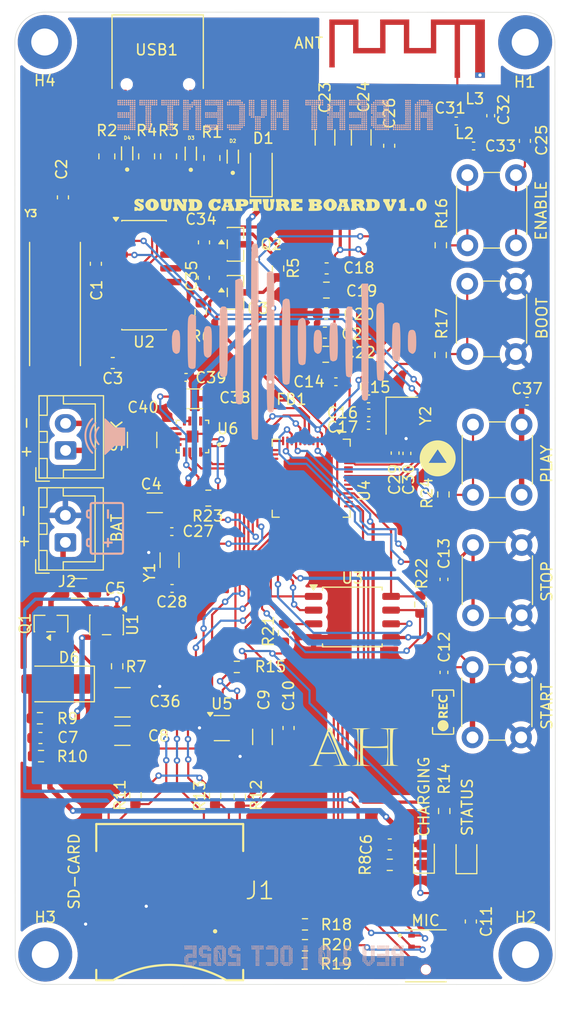
<source format=kicad_pcb>
(kicad_pcb (version 20241229) (generator "pcbnew") (generator_version "9.0")
  (layers (0 "F.Cu" signal) (2 "B.Cu" signal) (13 "F.Paste" user) (15 "B.Paste" user) (5 "F.SilkS" user "F.Silkscreen") (7 "B.SilkS" user "B.Silkscreen") (1 "F.Mask" user) (3 "B.Mask" user) (25 "Edge.Cuts" user))
  (net 0 "")
  (net 1 "Net-(AE1-FEED)")
  (net 2 "GND")
  (net 3 "Net-(U2-V3)")
  (net 4 "Net-(U2-XI)")
  (net 5 "Net-(U2-XO)")
  (net 6 "+5V")
  (net 7 "VBAT")
  (net 8 "Net-(D6-A)")
  (net 9 "VSYST")
  (net 10 "MCU3V3")
  (net 11 "VDD")
  (net 12 "StartBTN")
  (net 13 "StopBTN")
  (net 14 "VDD3P3")
  (net 15 "Net-(C25-Pad1)")
  (net 16 "XTAL_32P")
  (net 17 "XTAL_32N")
  (net 18 "XTAL_P")
  (net 19 "Net-(C29-Pad2)")
  (net 20 "Net-(C30-Pad1)")
  (net 21 "XTAL_N")
  (net 22 "Net-(C31-Pad1)")
  (net 23 "Net-(U4-LNA_IN)")
  (net 24 "Net-(Q3-C)")
  (net 25 "RTS")
  (net 26 "DTR")
  (net 27 "Net-(Q2-E)")
  (net 28 "VBUS")
  (net 29 "Net-(D3-Pad2)")
  (net 30 "Net-(D4-Pad2)")
  (net 31 "Net-(D5-K)")
  (net 32 "Net-(D7-A)")
  (net 33 "DAT0")
  (net 34 "DAT3")
  (net 36 "CMD")
  (net 38 "CLK")
  (net 39 "SCK")
  (net 40 "WS")
  (net 41 "SD")
  (net 42 "ENABLE")
  (net 43 "Net-(Q2-B)")
  (net 44 "Net-(Q3-B)")
  (net 45 "BOOT")
  (net 46 "Net-(USB1-CC1)")
  (net 47 "Net-(USB1-CC2)")
  (net 48 "D-")
  (net 49 "D+")
  (net 50 "Net-(U1-PROG)")
  (net 51 "Net-(U1-STAT)")
  (net 52 "Stat-Led")
  (net 53 "SPIWP")
  (net 54 "SPIHD")
  (net 59 "TXD")
  (net 60 "RXD")
  (net 62 "SPICS0")
  (net 63 "SPID")
  (net 64 "SPIQ")
  (net 65 "SPICLK")
  (net 86 "Net-(C37-Pad1)")
  (net 87 "Net-(J3-Pin_1)")
  (net 88 "Net-(J3-Pin_2)")
  (net 89 "Net-(U6-GAIN_SLOT)")
  (net 90 "PlayBTN")
  (net 91 "BCLK")
  (net 92 "DIN")
  (net 93 "LRCLK")
  (net 94 "SDMODE")
  (footprint "Diode_SMD:D_SMA" (layer "F.Cu") (at 56.5084 103.4034 180)
    (property "Reference" "D6")
    (property "Value" "SS14")
  )
  (footprint "Capacitor_SMD:C_0603_1608Metric" (layer "F.Cu") (at 87.3102 53.598 90)
    (property "Reference" "C26")
    (property "Value" "0.1uF")
  )
  (footprint "Capacitor_SMD:C_1206_3216Metric" (layer "F.Cu") (at 81.3694 52.8254 90)
    (property "Reference" "C23")
    (property "Value" "10uF")
  )
  (footprint "Capacitor_SMD:C_0402_1005Metric" (layer "F.Cu") (at 68.5064 75.0316 180)
    (property "Reference" "C39")
    (property "Value" "0.1uF")
  )
  (footprint "LOGO" (layer "F.Cu") (at 77.170459 64.769472)
    (property "Reference" "G***" (hide yes))
    (property "Value" "LOGO" (hide yes))
  )
  (footprint "Capacitor_SMD:C_0603_1608Metric" (layer "F.Cu") (at 60.1576 64.52 90)
    (property "Reference" "C1")
    (property "Value" "10nF")
  )
  (footprint "Capacitor_SMD:C_0402_1005Metric" (layer "F.Cu") (at 85.3974 79.4766)
    (property "Reference" "C17")
    (property "Value" "10uF")
  )
  (footprint "My-custom_footprint_library:XTAL_ABLS2-12.000MHZ-D4Y-T" (layer "F.Cu") (at 56.373 68.2412 -90)
    (property "Reference" "Y3")
    (property "Value" "12MHZ")
  )
  (footprint "Connector_JST:JST_XH_B2B-XH-A_1x02_P2.50mm_Vertical" (layer "F.Cu") (at 57.3532 81.788 90)
    (property "Reference" "J3" (hide yes))
    (property "Value" "SPK")
  )
  (footprint "Capacitor_SMD:C_0603_1608Metric" (layer "F.Cu") (at 55.0288 108.4072 180)
    (property "Reference" "C7")
    (property "Value" "0.1uF")
  )
  (footprint "Capacitor_SMD:C_0402_1005Metric" (layer "F.Cu") (at 85.3972 77.021)
    (property "Reference" "C15")
    (property "Value" "0.1uF")
  )
  (footprint "Resistor_SMD:R_0603_1608Metric" (layer "F.Cu") (at 69.8604 68.9912 -90)
    (property "Reference" "R6")
    (property "Value" "10k")
  )
  (footprint "Capacitor_SMD:C_0402_1005Metric" (layer "F.Cu") (at 82.3748 75.438)
    (property "Reference" "C14")
    (property "Value" "0.1uF")
  )
  (footprint "Resistor_SMD:R_0805_2012Metric" (layer "F.Cu") (at 64.8566 54.5743 -90)
    (property "Reference" "R4")
    (property "Value" "22R" (hide yes))
  )
  (footprint "Capacitor_SMD:C_0603_1608Metric" (layer "F.Cu") (at 57.1096 58.3732 -90)
    (property "Reference" "C2")
    (property "Value" "22pF")
  )
  (footprint "Resistor_SMD:R_0603_1608Metric" (layer "F.Cu") (at 87.3638 120.142)
    (property "Reference" "R8")
    (property "Value" "1K")
  )
  (footprint "MountingHole:MountingHole_2.5mm_Pad" (layer "F.Cu") (at 99.8982 44.0182)
    (property "Reference" "H1")
    (property "Value" "MountingHole" (hide yes))
  )
  (footprint "Resistor_SMD:R_0603_1608Metric" (layer "F.Cu") (at 92.4052 115.1636 90)
    (property "Reference" "R14")
    (property "Value" "10k")
  )
  (footprint "Resistor_SMD:R_0603_1608Metric" (layer "F.Cu") (at 62.1284 101.7656 90)
    (property "Reference" "R7")
    (property "Value" "2K")
  )
  (footprint "Capacitor_SMD:C_1210_3225Metric" (layer "F.Cu") (at 64.4398 80.821 -90)
    (property "Reference" "C40")
    (property "Value" "100uF")
  )
  (footprint "Capacitor_SMD:C_0402_1005Metric" (layer "F.Cu") (at 92.3798 102.334 -90)
    (property "Reference" "C12")
    (property "Value" "0.1uF")
  )
  (footprint "Capacitor_SMD:C_1206_3216Metric" (layer "F.Cu") (at 62.6092 108.1786 180)
    (property "Reference" "C8")
    (property "Value" "10uF")
  )
  (footprint "Resistor_SMD:R_0603_1608Metric" (layer "F.Cu") (at 77.5716 98.6912 -90)
    (property "Reference" "R21")
    (property "Value" "10K")
  )
  (footprint "Capacitor_SMD:C_0402_1005Metric" (layer "F.Cu") (at 85.4226 78.3164)
    (property "Reference" "C16")
    (property "Value" "1uF")
  )
  (footprint "Button_Switch_THT:SW_PUSH_6mm" (layer "F.Cu") (at 95.0722 97.051 90)
    (property "Reference" "SW2" (hide yes))
    (property "Value" "stop-button")
  )
  (footprint "LOGO" (layer "F.Cu") (at 84.0232 110.3122)
    (property "Reference" "G***" (hide yes))
    (property "Value" "LOGO" (hide yes))
  )
  (footprint "Capacitor_SMD:C_1206_3216Metric" (layer "F.Cu") (at 58.596 94.5642)
    (property "Reference" "C5")
    (property "Value" "10uF")
  )
  (footprint "Button_Switch_THT:SW_PUSH_6mm" (layer "F.Cu") (at 95.0214 108.354 90)
    (property "Reference" "SW1" (hide yes))
    (property "Value" "start-button")
  )
  (footprint "Capacitor_SMD:C_0603_1608Metric" (layer "F.Cu") (at 94.869 125.3868 -90)
    (property "Reference" "C11")
    (property "Value" "0.1uF")
  )
  (footprint "Resistor_SMD:R_0603_1608Metric" (layer "F.Cu") (at 77.0232 64.9566 90)
    (property "Reference" "R5")
    (property "Value" "10k")
  )
  (footprint "Capacitor_SMD:C_0603_1608Metric" (layer "F.Cu") (at 61.7194 73.7024 180)
    (property "Reference" "C3")
    (property "Value" "22pF")
  )
  (footprint "Package_TO_SOT_SMD:SOT-353_SC-70-5" (layer "F.Cu") (at 71.821 107.4922)
    (property "Reference" "U5")
    (property "Value" "TLV70033_SOT353")
  )
  (footprint "Package_TO_SOT_SMD:SOT-23" (layer "F.Cu") (at 56.002 97.8154 90)
    (property "Reference" "Q1")
    (property "Value" "AO3401A" (hide yes))
  )
  (footprint "Resistor_SMD:R_0603_1608Metric" (layer "F.Cu") (at 73.2058 101.8286 180)
    (property "Reference" "R15")
    (property "Value" "0R")
  )
  (footprint "Capacitor_SMD:C_0603_1608Metric" (layer "F.Cu") (at 99.8728 53.1492 90)
    (property "Reference" "C25")
    (property "Value" "0.1uF")
  )
  (footprint "Button_Switch_THT:SW_PUSH_6mm_H5mm" (layer "F.Cu") (at 94.5346 72.8702 90)
    (property "Reference" "SW4" (hide yes))
    (property "Value" "BOOT-button")
  )
  (footprint "Resistor_SMD:R_0805_2012Metric" (layer "F.Cu") (at 61.1736 54.5781 -90)
    (property "Reference" "R2")
    (property "Value" "5.1K" (hide yes))
  )
  (footprint "Capacitor_SMD:C_0603_1608Metric" (layer "F.Cu") (at 81.3584 70.8914)
    (property "Reference" "C21")
    (property "Value" "0.1uF")
  )
  (footprint "Diode_SMD:D_SOD-123" (layer "F.Cu") (at 75.4738 55.9478 90)
    (property "Reference" "D1")
    (property "Value" "MBR0520")
  )
  (footprint "Resistor_SMD:R_0603_1608Metric" (layer "F.Cu") (at 92.329 85.8652 -90)
    (property "Reference" "R24")
    (property "Value" "10k")
  )
  (footprint "Resistor_SMD:R_0603_1608Metric" (layer "F.Cu") (at 71.1962 113.7666 90)
    (property "Reference" "R13")
    (property "Value" "10k")
  )
  (footprint "Resistor_SMD:R_0603_1608Metric" (layer "F.Cu") (at 92.088 62.8026 -90)
    (property "Reference" "R16")
    (property "Value" "10k")
  )
  (footprint "Capacitor_SMD:C_1206_3216Metric" (layer "F.Cu") (at 65.6082 86.6394 180)
    (property "Reference" "C4")
    (property "Value" "10uF")
  )
  (footprint "Capacitor_SMD:C_0402_1005Metric" (layer "F.Cu") (at 96.7082 50.817 90)
    (property "Reference" "C32")
    (property "Value" "15pF")
  )
  (footprint "RF_Antenna:Texas_SWRA117D_2.4GHz_Left" (layer "F.Cu") (at 93.6176 47.0578)
    (property "Reference" "AE1" (hide yes))
    (property "Value" "Antenna_Chip")
  )
  (footprint "MountingHole:MountingHole_2.5mm_Pad" (layer "F.Cu") (at 99.932935 128.457135)
    (property "Reference" "H2")
    (property "Value" "MountingHole" (hide yes))
  )
  (footprint "Resistor_SMD:R_0603_1608Metric" (layer "F.Cu") (at 73.4822 113.8428 90)
    (property "Reference" "R12")
    (property "Value" "10k")
  )
  (footprint "Button_Switch_THT:SW_PUSH_6mm" (layer "F.Cu") (at 95.068 85.9028 90)
    (property "Reference" "SW5" (hide yes))
    (property "Value" "Play-button")
  )
  (footprint "My-custom_footprint_library:TVS_LESD5D5.0CT1G" (layer "F.Cu") (at 63.0532 54.2972 90)
    (property "Reference" "D4")
    (property "Value" "LESD5D5.0CT1G")
  )
  (footprint "Crystal:Crystal_SMD_3215-2Pin_3.2x1.5mm" (layer "F.Cu") (at 66.9798 91.948 90)
    (property "Reference" "Y1")
    (property "Value" "32.768KHZ")
  )
  (footprint "Capacitor_SMD:C_1210_3225Metric" (layer "F.Cu") (at 62.624 105.1026 180)
    (property "Reference" "C36")
    (property "Value" "47uF")
  )
  (footprint "Capacitor_SMD:C_1206_3216Metric" (layer "F.Cu") (at 75.5802 108.3032 90)
    (property "Reference" "C9")
    (property "Value" "10uF")
  )
  (footprint "Capacitor_SMD:C_0603_1608Metric" (layer "F.Cu") (at 81.521 64.9478)
    (property "Reference" "C18")
    (property "Value" "0.1uF")
  )
  (footprint "Crystal:Crystal_SMD_2520-4Pin_2.5x2.0mm" (layer "F.Cu") (at 88.4824 78.5762 -90)
    (property "Reference" "Y2")
    (property "Value" "40MHZ")
  )
  (footprint "Capacitor_SMD:C_0603_1608Metric" (layer "F.Cu") (at 70.1398 65.8154 90)
    (property "Reference" "C35")
    (property "Value" "0.1uF")
  )
  (footprint "Package_TO_SOT_SMD:SOT-23" (layer "F.Cu") (at 73.0839 67.1644)
    (property "Reference" "Q3")
    (property "Value" "SS8050")
  )
  (footprint "Capacitor_SMD:C_0603_1608Metric" (layer "F.Cu") (at 77.9932 107.4798 90)
    (property "Reference" "C10")
    (property "Value" "0.1uF")
  )
  (footprint "My-custom_footprint_library:TVS_LESD5D5.0CT1G" (layer "F.Cu") (at 72.8322 54.602 90)
    (property "Reference" "D2")
    (property "Value" "LESD5D5.0CT1G")
  )
  (footprint "Package_SO:SOIC-16_3.9x9.9mm_P1.27mm" (layer "F.Cu") (at 64.6168 65.5744)
    (property "Reference" "U2")
    (property "Value" "CH340G")
  )
  (footprint "Capacitor_SMD:C_0402_1005Metric" (layer "F.Cu") (at 92.3798 93.7286 -90)
    (property "Reference" "C13")
    (property "Value" "0.1uF")
  )
  (footprint "Capacitor_SMD:C_0603_1608Metric" (layer "F.Cu") (at 87.363 118.2624 180)
    (property "Reference" "C6")
    (property "Value" "10nF")
  )
  (footprint "Capacitor_SMD:C_0805_2012Metric" (layer "F.Cu") (at 81.4374 72.898)
    (property "Reference" "C22")
    (property "Value" "1uF")
  )
  (footprint "Capacitor_SMD:C_0603_1608Metric" (layer "F.Cu") (at 81.4702 69.1134)
    (property "Reference" "C20")
    (property "Value" "10nF")
  )
  (footprint "Package_TO_SOT_SMD:SOT-23-5" (layer "F.Cu") (at 61.148 97.9369 -90)
    (property "Reference" "U1")
    (property "Value" "MCP73831-2-OT" (hide yes))
  )
  (footprint "Inductor_SMD:L_0402_1005Metric" (layer "F.Cu") (at 94.981 50.8146 90)
    (property "Reference" "L3")
    (property "Value" "DNP")
  )
  (footprint "Connector_JST:JST_XH_B2B-XH-A_1x02_P2.50mm_Vertical" (layer "F.Cu") (at 57.3362 90.3024 90)
    (property "Reference" "J2")
    (property "Value" "Battery" (hide yes))
  )
  (footprint "Capacitor_SMD:C_0402_1005Metric" (layer "F.Cu") (at 67.1856 89.3064 180)
    (property "Reference" "C27")
    (property "Value" "12pF")
  )
  (footprint "MountingHole:MountingHole_2.5mm_Pad" (layer "F.Cu") (at 55.424696 43.994696)
    (property "Reference" "H4")
    (property "Value" "MountingHole" (hide yes))
  )
  (footprint "Resistor_SMD:R_0805_2012Metric" (layer "F.Cu") (at 70.5631 86.2076)
    (property "Reference" "R23")
    (property "Value" "0R")
  )
  (footprint "Resistor_SMD:R_0603_1608Metric" (layer "F.Cu") (at 55.0804 110.0836)
    (property "Reference" "R10")
    (property "Value" "100K")
  )
  (footprint "Inductor_SMD:L_0402_1005Metric" (layer "F.Cu") (at 96.162 52.451)
    (property "Reference" "L2")
    (property "Value" "4.7nH")
  )
  (footprint "LED_SMD:LED_0805_2012Metric" (layer "F.Cu") (at 90.5256 119.2299 90)
    (property "Reference" "D5" (hide yes))
    (property "Value" "LED")
  )
  (footprint "Capacitor_SMD:C_0402_1005Metric" (layer "F.Cu") (at 100.0744 77.2414)
    (property "Reference" "C37")
    (property "Value" "0.1uF")
  )
  (footprint "Capacitor_SMD:C_0402_1005Metric" (layer "F.Cu") (at 93.5104 51.2996 180)
    (property "Reference" "C31")
    (property "Value" "DNP")
  )
  (footprint "LED_SMD:LED_0805_2012Metric" (layer "F.Cu") (at 94.4626 119.2761 90)
    (property "Reference" "D7" (hide yes))
    (property "Value" "LED")
  )
  (footprint "Capacitor_SMD:C_0805_2012Metric" (layer "F.Cu") (at 81.4984 66.9544)
    (property "Reference" "C19")
    (property "Value" "1uF")
  )
  (footprint "My-custom_footprint_library:USBC.USB4110-GF-A" (layer "F.Cu") (at 65.9026 48.9848 180)
    (property "Reference" "USB1")
    (property "Value" "USB-TYPE-C" (hide yes))
  )
  (footprint "Resistor_SMD:R_0603_1608Metric" (layer "F.Cu") (at 79.5152 125.6538 180)
    (property "Reference" "R18")
    (property "Value" "10K")
  )
  (footprint "My-custom_footprint_library:TVS_LESD5D5.0CT1G" (layer "F.Cu") (at 68.946 54.3226 90)
    (property "Reference" "D3")
    (property "Value" "LESD5D5.0CT1G")
  )
  (footprint "Resistor_SMD:R_0603_1608Metric" (layer "F.Cu") (at 79.5152 127.5842 180)
    (property "Reference" "R20")
    (property "Value" "10K")
  )
  (footprint "My-custom_footprint_library:BEADC1608X95N" (layer "F.Cu") (at 81.1292 77.0636)
    (property "Reference" "FB1")
    (property "Value" "BLM18AG601SN1D")
  )
  (footprint "Package_TO_SOT_SMD:SOT-23" (layer "F.Cu") (at 73.0839 62.7144)
    (property "Reference" "Q2")
    (property "Value" "SS8050")
  )
  (footprint "LOGO" (layer "F.Cu") (at 92.3798 106.045 90)
    (property "Reference" "G***" (hide yes))
    (property "Value" "LOGO" (hide yes))
  )
  (footprint "Resistor_SMD:R_0603_1608Metric" (layer "F.Cu") (at 79.4898 129.286 180)
    (property "Reference" "R19")
    (property "Value" "10K")
  )
  (footprint "Capacitor_SMD:C_0402_1005Metric" (layer "F.Cu") (at 67.211 94.5642 180)
    (property "Reference" "C28")
    (property "Value" "12pF")
  )
  (footprint "Capacitor_SMD:C_0402_1005Metric" (layer "F.Cu") (at 87.8586 82.0368 90)
    (property "Reference" "C29")
    (property "Value" "12pF")
  )
  (footprint "Capacitor_SMD:C_1206_3216Metric" (layer "F.Cu") (at 69.3148 77.0128 180)
    (property "Reference" "C38")
    (property "Value" "10uF")
  )
  (footprint "My-custom_footprint_library:MAX98357AETE+T -QFN50P300X300X80-17N" (layer "F.Cu") (at 69.1008 80.5046 180)
    (property "Reference" "U6")
    (property "Value" "MAX98357AETE_T")
  )
  (footprint "Package_SO:SOIC-8_5.3x5.3mm_P1.27mm" (layer "F.Cu") (at 83.8962 97.2058)
    (property "Reference" "U3")
    (property "Value" "W25Q128JVS")
  )
  (footprint "Package_DFN_QFN:QFN-56-1EP_7x7mm_P0.4mm_EP4x4mm" (layer "F.Cu") (at 80.0906 84.3632 -90)
    (property "Reference" "U4")
    (property "Value" "ESP32-S3")
  )
  (footprint "My-custom_footprint_library:SDcard-MEM2067-02-180-00-A_REVB" (layer "F.Cu") (at 66.9944 123.5932)
    (property "Reference" "J1")
    (property "Value" "SDcard-MEM2067-02-180-00-A_REVB" (hide yes))
  )
  (footprint "Capacitor_SMD:C_0402_1005Metric" (layer "F.Cu") (at 88.9508 82.0674 -90)
    (property "Reference" "C30")
    (property "Value" "12pF")
  )
  (footprint "LOGO" (layer "F.Cu") (at 91.587133 82.525137 90)
    (property "Reference" "G***" (hide yes))
    (property "Value" "LOGO" (hide yes))
  )
  (footprint "Resistor_SMD:R_0603_1608Metric" (layer "F.Cu") (at 63.8186 113.696 90)
    (property "Reference" "R11")
    (property "Value" "10k")
  )
  (footprint "My-custom_footprint_library:MIC_INMP441" (layer "F.Cu") (at 90.7034 128.5494)
    (property "Reference" "MK1" (hide yes))
    (property "Value" "INMP441_Mic" (hide yes))
  )
  (footprint "Capacitor_SMD:C_1206_3216Metric" (layer "F.Cu") (at 84.7194 52.8254 90)
    (property "Reference" "C24")
    (property "Value" "10uF")
  )
  (footprint "Resistor_SMD:R_0805_2012Metric" (layer "F.Cu") (at 70.9018 54.7305 -90)
    (property "Reference" "R1")
    (property "Value" "5.1K" (hide yes))
  )
  (footprint "MountingHole:MountingHole_2.5mm_Pad" (layer "F.Cu") (at 55.4736 128.4478)
    (property "Reference" "H3")
    (property "Value" "MountingHole" (hide yes))
  )
  (footprint "Resistor_SMD:R_0805_2012Metric" (layer "F.Cu") (at 66.8886 54.5743 -90)
    (property "Reference" "R3")
    (property "Value" "22R" (hide yes))
  )
  (footprint "Resistor_SMD:R_0603_1608Metric" (layer "F.Cu") (at 90.1954 96.0506 90)
    (property "Reference" "R22")
    (property "Value" "10K")
  )
  (footprint "Resistor_SMD:R_0603_1608Metric" (layer "F.Cu") (at 54.9772 106.5784)
    (property "Reference" "R9")
    (property "Value" "1M")
  )
  (footprint "Capacitor_SMD:C_0402_1005Metric" (layer "F.Cu") (at 95.1256 53.6194)
    (property "Reference" "C33")
    (property "Value" "15pF")
  )
  (footprint "Button_Switch_THT:SW_PUSH_6mm_H5mm" (layer "F.Cu") (at 94.5476 62.8148 90)
    (property "Reference" "SW3" (hide yes))
    (property "Value" "EN-button")
  )
  (footprint "Capacitor_SMD:C_0603_1608Metric" (layer "F.Cu") (at 70.1652 62.5388 90)
    (property "Reference" "C34")
    (property "Value" "0.1uF")
  )
  (footprint "Resistor_SMD:R_0603_1608Metric" (layer "F.Cu") (at 92.0708 72.961 -90)
    (property "Reference" "R17")
    (property "Value" "10k")
  )
  (footprint "LOGO" (layer "B.Cu") (at 78.5 71.75 180)
    (property "Reference" "G***" (hide yes))
    (property "Value" "LOGO" (hide yes))
  )
  (footprint "LOGO" (layer "B.Cu") (at 76.603461 51.897885 180)
    (property "Reference" "G***" (hide yes))
    (property "Value" "LOGO" (hide yes))
  )
  (footprint "LOGO" (layer "B.Cu") (at 61 89 -90)
    (property "Reference" "G***" (hide yes))
    (property "Value" "LOGO" (hide yes))
  )
  (footprint "LOGO" (layer "B.Cu") (at 78.475577 134.635818 180)
    (property "Reference" "G***" (hide yes))
    (property "Value" "LOGO" (hide yes))
  )
  (footprint "LOGO" (layer "B.Cu") (at 61 80.5 180)
    (property "Reference" "G***" (hide yes))
    (property "Value" "LOGO" (hide yes))
  )
  (gr_arc (start 55.432135 131.207065) (mid 53.4924 130.4036) (end 52.688935 128.463865) (stroke (width 0.05)) (layer "Edge.Cuts"))
  (gr_line (start 55.424696 41.226097) (end 99.848418 41.242183) (stroke (width 0.05)) (layer "Edge.Cuts"))
  (gr_line (start 102.648818 44.0426) (end 102.6922 128.4732) (stroke (width 0.05)) (layer "Edge.Cuts"))
  (gr_arc (start 99.848418 41.242182) (mid 101.8286 42.0624) (end 102.648818 44.042582) (stroke (width 0.05)) (layer "Edge.Cuts"))
  (gr_line (start 99.949 131.2164) (end 55.432135 131.207064) (stroke (width 0.05)) (layer "Edge.Cuts"))
  (gr_line (start 52.688935 128.4639) (end 52.656097 43.994696) (stroke (width 0.05)) (layer "Edge.Cuts"))
  (gr_arc (start 52.656096 43.994696) (mid 53.467 42.037) (end 55.424696 41.226096) (stroke (width 0.05)) (layer "Edge.Cuts"))
  (gr_arc (start 102.6922 128.4732) (mid 101.888735 130.412935) (end 99.949 131.2164) (stroke (width 0.05)) (layer "Edge.Cuts"))
  (gr_text "+" (at 53.4416 90.2208 90) (layer "F.SilkS") (effects (font (size 1 1))))
  (gr_text "-" (at 53.6702 79.248 90) (layer "F.SilkS") (effects (font (size 1 1))))
  (gr_text "SD-CARD" (at 58.1406 120.7516 90) (layer "F.SilkS") (effects (font (size 1 1))))
  (gr_text "STOP" (at 101.9048 93.9038 90) (layer "F.SilkS") (effects (font (size 1 1))))
  (gr_text "+" (at 53.6702 81.915 90) (layer "F.SilkS") (effects (font (size 1 1))))
  (gr_text "ENABLE\n" (at 101.3714 59.5884 90) (layer "F.SilkS") (effects (font (size 1 1))))
  (gr_text "BAT" (at 62.103 88.9762 90) (layer "F.SilkS") (effects (font (size 1 1))))
  (gr_text "START" (at 101.9048 105.4608 90) (layer "F.SilkS") (effects (font (size 1 1))))
  (gr_text "CHARGING" (at 90.5256 113.8428 90) (layer "F.SilkS") (effects (font (size 1 1))))
  (gr_text "MIC" (at 90.678 125.2982 0) (layer "F.SilkS") (effects (font (size 1 1))))
  (gr_text "-" (at 53.3908 87.4014 90) (layer "F.SilkS") (effects (font (size 1 1))))
  (gr_text "PLAY" (at 101.8856 83.035 90) (layer "F.SilkS") (effects (font (size 1 1))))
  (gr_text "BOOT\n" (at 101.4476 69.5706 90) (layer "F.SilkS") (effects (font (size 1 1))))
  (gr_text "ANT" (at 79.8576 44.0944 0) (layer "F.SilkS") (effects (font (size 1 1))))
  (gr_text "SPK" (at 62.103 80.4672 90) (layer "F.SilkS") (effects (font (size 1 1))))
  (gr_text "STATUS" (at 94.5388 114.808 90) (layer "F.SilkS") (effects (font (size 1 1))))
  (segment (start 94.981 50.3296) (end 94.981 49.515) (width 0.2) (layer "F.Cu") (net 1))
  (segment (start 96.7082 51.297) (end 95.9484 51.297) (width 0.2) (layer "F.Cu") (net 1))
  (segment (start 93.6176 48.1516) (end 93.6176 47.0578) (width 0.2) (layer "F.Cu") (net 1))
  (segment (start 94.981 49.515) (end 93.6176 48.1516) (width 0.2) (layer "F.Cu") (net 1))
  (segment (start 95.9484 51.297) (end 94.981 50.3296) (width 0.2) (layer "F.Cu") (net 1))
  (segment (start 96.647 51.3582) (end 96.7082 51.297) (width 0.2) (layer "F.Cu") (net 1))
  (segment (start 96.647 52.451) (end 96.647 51.3582) (width 0.2) (layer "F.Cu") (net 1))
  (segment (start 67.6658 80.7546) (end 67.203958 80.7546) (width 0.2) (layer "F.Cu") (net 2))
  (segment (start 69.3508 81.9396) (end 69.3508 80.7546) (width 0.2) (layer "F.Cu") (net 2))
  (segment (start 69.3508 80.7546) (end 69.1008 80.5046) (width 0.2) (layer "F.Cu") (net 2))
  (segment (start 66.3694 89.3064) (end 65.0494 90.6264) (width 0.2) (layer "F.Cu") (net 2))
  (segment (start 70.871 107.4922) (end 69.7732 107.4922) (width 0.2) (layer "F.Cu") (net 2))
  (segment (start 87.7824 79.4512) (end 89.1824 79.4512) (width 0.2) (layer "F.Cu") (net 2))
  (segment (start 59.2074 128.0414) (end 59.5842 128.4182) (width 0.3) (layer "F.Cu") (net 2))
  (segment (start 89.1824 80.388) (end 88.8746 80.6958) (width 0.2) (layer "F.Cu") (net 2))
  (segment (start 88.677896 119.2299) (end 93.4789 119.2299) (width 0.5) (layer "F.Cu") (net 2))
  (segment (start 69.1008 80.5046) (end 68.8508 80.7546) (width 0.2) (layer "F.Cu") (net 2))
  (segment (start 70.5358 80.2546) (end 69.3508 80.2546) (width 0.2) (layer "F.Cu") (net 2))
  (segment (start 73.8384 109.7782) (end 73.5076 110.109) (width 0.2) (layer "F.Cu") (net 2))
  (segment (start 66.7056 89.3064) (end 66.3694 89.3064) (width 0.2) (layer "F.Cu") (net 2))
  (segment (start 66.421 83.439) (end 66.421 84.3516) (width 0.2) (layer "F.Cu") (net 2))
  (segment (start 93.4789 119.2299) (end 94.4626 120.2136) (width 0.5) (layer "F.Cu") (net 2))
  (segment (start 88.663996 119.216) (end 88.677896 119.2299) (width 0.5) (layer "F.Cu") (net 2))
  (segment (start 72.8322 55.262) (end 71.2828 55.262) (width 0.2) (layer "F.Cu") (net 2))
  (segment (start 87.5416 119.216) (end 88.663996 119.216) (width 0.5) (layer "F.Cu") (net 2))
  (segment (start 69.7732 107.4922) (end 69.7484 107.4674) (width 0.2) (layer "F.Cu") (net 2))
  (segment (start 64.7194 124.0788) (end 64.8208 123.9774) (width 0.3) (layer "F.Cu") (net 2))
  (segment (start 66.421 81.537558) (end 66.421 83.439) (width 0.2) (layer "F.Cu") (net 2))
  (segment (start 65.5696 103.632) (end 64.099 105.1026) (width 0.2) (layer "F.Cu") (net 2))
  (segment (start 68.8508 80.7546) (end 67.6658 80.7546) (width 0.2) (layer "F.Cu") (net 2))
  (segment (start 64.7194 126.2182) (end 64.7194 124.0788) (width 0.3) (layer "F.Cu") (net 2))
  (segment (start 66.0654 103.632) (end 65.5696 103.632) (width 0.2) (layer "F.Cu") (net 2))
  (segment (start 67.203958 80.7546) (end 66.421 81.537558) (width 0.2) (layer "F.Cu") (net 2))
  (segment (start 65.0494 90.6264) (end 65.0494 91.2368) (width 0.2) (layer "F.Cu") (net 2))
  (segment (start 69.3508 80.2546) (end 69.1008 80.5046) (width 0.2) (layer "F.Cu") (net 2))
  (segment (start 89.1824 79.4512) (end 89.1824 80.388) (width 0.2) (layer "F.Cu") (net 2))
  (segment (start 75.5802 109.7782) (end 73.8384 109.7782) (width 0.2) (layer "F.Cu") (net 2))
  (segment (start 59.5842 128.4182) (end 60.0494 128.4182) (width 0.3) (layer "F.Cu") (net 2))
  (segment (start 59.2074 125.6284) (end 59.2074 128.0414) (width 0.3) (layer "F.Cu") (net 2))
  (segment (start 86.588 118.2624) (end 87.5416 119.216) (width 0.5) (layer "F.Cu") (net 2))
  (segment (start 71.2828 55.262) (end 70.9018 55.643) (width 0.2) (layer "F.Cu") (net 2))
  (segment (start 66.421 84.3516) (end 64.1332 86.6394) (width 0.2) (layer "F.Cu") (net 2))
  (via (at 69.7484 107.4674) (size 0.6) (drill 0.3) (layers "F.Cu" "B.Cu") (net 2))
  (via (at 88.8746 80.6958) (size 0.6) (drill 0.3) (layers "F.Cu" "B.Cu") (net 2))
  (via (at 73.5076 110.109) (size 0.6) (drill 0.3) (layers "F.Cu" "B.Cu") (net 2))
  (via (at 65.0494 91.2368) (size 0.6) (drill 0.3) (layers "F.Cu" "B.Cu") (net 2))
  (via (at 66.0654 103.632) (size 0.6) (drill 0.3) (layers "F.Cu" "B.Cu") (net 2))
  (via (at 59.2074 125.6284) (size 0.6) (drill 0.3) (layers "F.Cu" "B.Cu") (net 2))
  (via (at 64.8208 123.9774) (size 0.6) (drill 0.3) (layers "F.Cu" "B.Cu") (net 2))
  (segment (start 69.7484 107.4674) (end 69.7484 107.0102) (width 0.2) (layer "B.Cu") (net 2))
  (segment (start 68.4276 103.3272) (end 66.3702 103.3272) (width 0.2) (layer "B.Cu") (net 2))
  (segment (start 70.0786 106.68) (end 68.4276 105.029) (width 0.2) (layer "B.Cu") (net 2))
  (segment (start 69.7484 107.0102) (end 70.0786 106.68) (width 0.2) (layer "B.Cu") (net 2))
  (segment (start 73.5076 110.109) (end 70.0786 106.68) (width 0.2) (layer "B.Cu") (net 2))
  (segment (start 61.615 87.8024) (end 57.3362 87.8024) (width 0.2) (layer "B.Cu") (net 2))
  (segment (start 64.7954 124.0028) (end 59.1566 124.0028) (width 0.3) (layer "B.Cu") (net 2))
  (segment (start 59.1566 125.5776) (end 59.2074 125.6284) (width 0.3) (layer "B.Cu") (net 2))
  (segment (start 66.0654 103.632) (end 66.0146 103.6828) (width 0.2) (layer "B.Cu") (net 2))
  (segment (start 66.3702 103.3272) (end 66.0654 103.632) (width 0.2) (layer "B.Cu") (net 2))
  (segment (start 68.4276 105.029) (end 68.4276 103.3272) (width 0.2) (layer "B.Cu") (net 2))
  (segment (start 64.8208 123.9774) (end 64.7954 124.0028) (width 0.3) (layer "B.Cu") (net 2))
  (segment (start 65.0494 91.2368) (end 61.615 87.8024) (width 0.2) (layer "B.Cu") (net 2))
  (segment (start 59.1566 124.0028) (end 59.1566 125.5776) (width 0.3) (layer "B.Cu") (net 2))
  (segment (start 60.1576 65.295) (end 61.7862 65.295) (width 0.3) (layer "F.Cu") (net 3))
  (segment (start 61.7862 65.295) (end 62.1418 64.9394) (width 0.3) (layer "F.Cu") (net 3))
  (segment (start 57.1096 59.1482) (end 57.1096 62.7546) (width 0.3) (layer "F.Cu") (net 4))
  (segment (start 57.1096 62.7546) (end 56.373 63.4912) (width 0.3) (layer "F.Cu") (net 4))
  (segment (start 56.373 64.8058) (end 60.3166 68.7494) (width 0.3) (layer "F.Cu") (net 4))
  (segment (start 60.3166 68.7494) (end 62.1418 68.7494) (width 0.3) (layer "F.Cu") (net 4))
  (segment (start 56.373 63.4912) (end 56.373 64.8058) (width 0.3) (layer "F.Cu") (net 4))
  (segment (start 56.6504 72.9912) (end 59.6222 70.0194) (width 0.3) (layer "F.Cu") (net 5))
  (segment (start 59.6222 70.0194) (end 62.1418 70.0194) (width 0.3) (layer "F.Cu") (net 5))
  (segment (start 60.9444 73.7024) (end 57.0842 73.7024) (width 0.3) (layer "F.Cu") (net 5))
  (segment (start 57.0842 73.7024) (end 56.373 72.9912) (width 0.3) (layer "F.Cu") (net 5))
  (segment (start 56.373 72.9912) (end 56.6504 72.9912) (width 0.3) (layer "F.Cu") (net 5))
  (segment (start 68.7324 84.9902) (end 68.7324 84.3534) (width 0.5) (layer "F.Cu") (net 6))
  (segment (start 90.4956 118.2624) (end 90.5256 118.2924) (width 0.5) (layer "F.Cu") (net 6))
  (segment (start 87.0204 115.7224) (end 88.138 116.84) (width 0.5) (layer "F.Cu") (net 6))
  (segment (start 67.0832 86.6394) (end 68.7324 84.9902) (width 0.5) (layer "F.Cu") (net 6))
  (segment (start 88.138 116.84) (end 88.138 118.2624) (width 0.5) (layer "F.Cu") (net 6))
  (segment (start 75.2602 69.6214) (end 74.422 70.4596) (width 0.5) (layer "F.Cu") (net 6))
  (segment (start 62.849 97.565) (end 62.849 89.0176) (width 0.5) (layer "F.Cu") (net 6))
  (segment (start 55.9054 110.0836) (end 58.4454 107.5436) (width 0.5) (layer "F.Cu") (net 6))
  (segment (start 88.138 118.2624) (end 90.4956 118.2624) (width 0.5) (layer "F.Cu") (net 6))
  (segment (start 60.198 99.0744) (end 58.9644 99.0744) (width 0.5) (layer "F.Cu") (net 6))
  (segment (start 58.4454 107.5436) (end 58.4454 105.918) (width 0.5) (layer "F.Cu") (net 6))
  (segment (start 55.9054 110.0836) (end 55.9054 113.0046) (width 0.5) (layer "F.Cu") (net 6))
  (segment (start 75.4738 57.5978) (end 75.4738 59.324) (width 0.5) (layer "F.Cu") (net 6))
  (segment (start 63.4746 88.392) (end 65.3306 88.392) (width 0.5) (layer "F.Cu") (net 6))
  (segment (start 61.3115 97.9609) (end 62.4531 97.9609) (width 0.5) (layer "F.Cu") (net 6))
  (segment (start 65.3306 88.392) (end 67.0832 86.6394) (width 0.5) (layer "F.Cu") (net 6))
  (segment (start 87.0204 115.697) (end 87.0204 115.7224) (width 0.5) (layer "F.Cu") (net 6))
  (segment (start 55.9054 113.0046) (end 58.039 115.1382) (width 0.5) (layer "F.Cu") (net 6))
  (segment (start 58.9644 99.0744) (end 58.8772 99.1616) (width 0.5) (layer "F.Cu") (net 6))
  (segment (start 62.4531 97.9609) (end 62.849 97.565) (width 0.5) (layer "F.Cu") (net 6))
  (segment (start 75.4738 59.324) (end 74.6506 60.1472) (width 0.5) (layer "F.Cu") (net 6))
  (segment (start 75.2602 68.2244) (end 75.2602 69.6214) (width 0.5) (layer "F.Cu") (net 6))
  (segment (start 62.849 89.0176) (end 63.4746 88.392) (width 0.5) (layer "F.Cu") (net 6))
  (segment (start 60.198 99.0744) (end 61.3115 97.9609) (width 0.5) (layer "F.Cu") (net 6))
  (via (at 75.2602 68.2244) (size 0.6) (drill 0.3) (layers "F.Cu" "B.Cu") (net 6))
  (via (at 87.0204 115.697) (size 0.6) (drill 0.3) (layers "F.Cu" "B.Cu") (net 6))
  (via (at 58.4454 105.918) (size 0.6) (drill 0.3) (layers "F.Cu" "B.Cu") (net 6))
  (via (at 68.7324 84.3534) (size 0.6) (drill 0.3) (layers "F.Cu" "B.Cu") (net 6))
  (via (at 74.6506 60.1472) (size 0.6) (drill 0.3) (layers "F.Cu" "B.Cu") (net 6))
  (via (at 58.8772 99.1616) (size 0.6) (drill 0.3) (layers "F.Cu" "B.Cu") (net 6))
  (via (at 58.039 115.1382) (size 0.6) (drill 0.3) (layers "F.Cu" "B.Cu") (net 6))
  (via (at 74.422 70.4596) (size 0.6) (drill 0.3) (layers "F.Cu" "B.Cu") (net 6))
  (segment (start 74.306 60.4918) (end 74.306 67.2702) (width 0.5) (layer "B.Cu") (net 6))
  (segment (start 58.8772 99.1616) (end 58.8772 105.4862) (width 0.5) (layer "B.Cu") (net 6))
  (segment (start 73.8124 115.1382) (end 86.4616 115.1382) (width 0.5) (layer "B.Cu") (net 6))
  (segment (start 58.8772 105.4862) (end 58.4454 105.918) (width 0.5) (layer "B.Cu") (net 6))
  (segment (start 58.039 115.1382) (end 73.8124 115.1382) (width 0.5) (layer "B.Cu") (net 6))
  (segment (start 74.306 67.2702) (end 75.2602 68.2244) (width 0.5) (layer "B.Cu") (net 6))
  (segment (start 74.422 70.4596) (end 69.2802 75.6014) (width 0.5) (layer "B.Cu") (net 6))
  (segment (start 74.6506 60.1472) (end 74.306 60.4918) (width 0.5) (layer "B.Cu") (net 6))
  (segment (start 69.2802 75.6014) (end 69.2802 83.8056) (width 0.5) (layer "B.Cu") (net 6))
  (segment (start 86.4616 115.1382) (end 87.0204 115.697) (width 0.5) (layer "B.Cu") (net 6))
  (segment (start 69.2802 83.8056) (end 68.7324 84.3534) (width 0.5) (layer "B.Cu") (net 6))
  (segment (start 56.002 96.8779) (end 56.002 95.6832) (width 0.5) (layer "F.Cu") (net 7))
  (segment (start 57.9628 94.5642) (end 60.198 96.7994) (width 0.5) (layer "F.Cu") (net 7))
  (segment (start 57.121 90.5176) (end 57.3362 90.3024) (width 0.5) (layer "F.Cu") (net 7))
  (segment (start 57.121 94.5642) (end 57.121 90.5176) (width 0.5) (layer "F.Cu") (net 7))
  (segment (start 57.121 94.5642) (end 57.9628 94.5642) (width 0.5) (layer "F.Cu") (net 7))
  (segment (start 56.002 95.6832) (end 57.121 94.5642) (width 0.5) (layer "F.Cu") (net 7))
  (segment (start 54.1522 103.7596) (end 54.5084 103.4034) (width 0.5) (layer "F.Cu") (net 8))
  (segment (start 54.2538 108.4072) (end 54.2538 106.68) (width 0.5) (layer "F.Cu") (net 8))
  (segment (start 54.5084 99.2965) (end 55.052 98.7529) (width 0.5) (layer "F.Cu") (net 8))
  (segment (start 54.5084 103.4034) (end 54.5084 99.2965) (width 0.5) (layer "F.Cu") (net 8))
  (segment (start 54.2554 110.0836) (end 54.2554 108.4088) (width 0.5) (layer "F.Cu") (net 8))
  (segment (start 54.2554 108.4088) (end 54.2538 108.4072) (width 0.5) (layer "F.Cu") (net 8))
  (segment (start 54.1522 106.5784) (end 54.1522 103.7596) (width 0.5) (layer "F.Cu") (net 8))
  (segment (start 54.2538 106.68) (end 54.1522 106.5784) (width 0.5) (layer "F.Cu") (net 8))
  (segment (start 67.6366 76.8096) (end 67.8398 77.0128) (width 0.2) (layer "F.Cu") (net 9))
  (segment (start 59.8907 101.6916) (end 62.637174 101.6916) (width 0.3) (layer "F.Cu") (net 9))
  (segment (start 59.4498 103.4034) (end 58.5084 103.4034) (width 0.2) (layer "F.Cu") (net 9))
  (segment (start 62.3352 109.3796) (end 61.1342 108.1786) (width 0.2) (layer "F.Cu") (net 9))
  (segment (start 56.952 101.847) (end 58.5084 103.4034) (width 0.3) (layer "F.Cu") (net 9))
  (segment (start 71.497 107.2094) (end 71.1298 106.8422) (width 0.2) (layer "F.Cu") (net 9))
  (segment (start 56.952 98.7529) (end 59.8907 101.6916) (width 0.3) (layer "F.Cu") (net 9))
  (segment (start 62.637174 101.6916) (end 63.45 100.878774) (width 0.3) (layer "F.Cu") (net 9))
  (segment (start 71.1298 106.8422) (end 70.871 106.8422) (width 0.2) (layer "F.Cu") (net 9))
  (segment (start 69.6336 109.3796) (end 62.3352 109.3796) (width 0.2) (layer "F.Cu") (net 9))
  (segment (start 69.6506 86.2076) (end 69.6506 84.2556) (width 0.2) (layer "F.Cu") (net 9))
  (segment (start 69.6506 84.2556) (end 68.5292 83.1342) (width 0.2) (layer "F.Cu") (net 9))
  (segment (start 68.0264 76.8262) (end 67.8398 77.0128) (width 0.2) (layer "F.Cu") (net 9))
  (segment (start 61.1342 105.1174) (end 61.149 105.1026) (width 0.2) (layer "F.Cu") (net 9))
  (segment (start 67.8398 77.0128) (end 67.8398 78.5586) (width 0.2) (layer "F.Cu") (net 9))
  (segment (start 63.45 100.878774) (end 63.45 91.55374) (width 0.3) (layer "F.Cu") (net 9))
  (segment (start 61.149 105.1026) (end 59.4498 103.4034) (width 0.2) (layer "F.Cu") (net 9))
  (segment (start 66.1162 76.8096) (end 67.6366 76.8096) (width 0.2) (layer "F.Cu") (net 9))
  (segment (start 67.11334 87.8904) (end 67.9678 87.8904) (width 0.3) (layer "F.Cu") (net 9))
  (segment (start 70.871 108.1422) (end 69.6336 109.3796) (width 0.2) (layer "F.Cu") (net 9))
  (segment (start 61.1342 108.1786) (end 61.1342 105.1174) (width 0.2) (layer "F.Cu") (net 9))
  (segment (start 63.45 91.55374) (end 67.11334 87.8904) (width 0.3) (layer "F.Cu") (net 9))
  (segment (start 67.8398 78.5586) (end 68.3508 79.0696) (width 0.2) (layer "F.Cu") (net 9))
  (segment (start 56.952 98.7529) (end 56.952 101.847) (width 0.3) (layer "F.Cu") (net 9))
  (segment (start 70.871 108.1422) (end 71.11587 108.1422) (width 0.2) (layer "F.Cu") (net 9))
  (segment (start 67.9678 87.8904) (end 69.6506 86.2076) (width 0.3) (layer "F.Cu") (net 9))
  (segment (start 71.497 107.76107) (end 71.497 107.2094) (width 0.2) (layer "F.Cu") (net 9))
  (segment (start 68.0264 75.0316) (end 68.0264 76.8262) (width 0.2) (layer "F.Cu") (net 9))
  (segment (start 68.3508 79.0696) (end 68.8508 79.0696) (width 0.2) (layer "F.Cu") (net 9))
  (segment (start 71.11587 108.1422) (end 71.497 107.76107) (width 0.2) (layer "F.Cu") (net 9))
  (via (at 66.1162 76.8096) (size 0.6) (drill 0.3) (layers "F.Cu" "B.Cu") (net 9))
  (via (at 68.5292 83.1342) (size 0.6) (drill 0.3) (layers "F.Cu" "B.Cu") (net 9))
  (segment (start 66.1162 77.9526) (end 66.1162 76.8096) (width 0.2) (layer "B.Cu") (net 9))
  (segment (start 68.5292 80.3656) (end 66.1924 78.0288) (width 0.2) (layer "B.Cu") (net 9))
  (segment (start 66.1924 78.0288) (end 66.1162 77.9526) (width 0.2) (layer "B.Cu") (net 9))
  (segment (start 68.5292 83.1342) (end 68.5292 80.3656) (width 0.2) (layer "B.Cu") (net 9))
  (segment (start 72.3808 102.422) (end 71.6534 103.1494) (width 0.2) (layer "F.Cu") (net 10))
  (segment (start 75.5802 106.8282) (end 77.8698 106.8282) (width 0.2) (layer "F.Cu") (net 10))
  (segment (start 72.771 106.8422) (end 75.5662 106.8422) (width 0.2) (layer "F.Cu") (net 10))
  (segment (start 75.5662 106.8422) (end 75.5802 106.8282) (width 0.2) (layer "F.Cu") (net 10))
  (segment (start 72.771 106.8422) (end 73.2282 106.385) (width 0.2) (layer "F.Cu") (net 10))
  (segment (start 72.3808 101.8286) (end 72.3808 102.422) (width 0.2) (layer "F.Cu") (net 10))
  (segment (start 77.8698 106.8282) (end 77.9932 106.7048) (width 0.2) (layer "F.Cu") (net 10))
  (segment (start 73.2282 106.385) (end 73.2282 104.0384) (width 0.2) (layer "F.Cu") (net 10))
  (via (at 71.6534 103.1494) (size 0.6) (drill 0.3) (layers "F.Cu" "B.Cu") (net 10))
  (via (at 73.2282 104.0384) (size 0.6) (drill 0.3) (layers "F.Cu" "B.Cu") (net 10))
  (segment (start 73.2282 104.0384) (end 72.5424 104.0384) (width 0.2) (layer "B.Cu") (net 10))
  (segment (start 72.5424 104.0384) (end 71.6534 103.1494) (width 0.2) (layer "B.Cu") (net 10))
  (segment (start 82.6516 86.0238) (end 82.6516 86.9188) (width 0.2) (layer "F.Cu") (net 11))
  (segment (start 90.1202 95.3008) (end 90.1954 95.2256) (width 0.2) (layer "F.Cu") (net 11))
  (segment (start 82.3874 71.2064) (end 82.3874 72.898) (width 0.2) (layer "F.Cu") (net 11))
  (segment (start 64.9798 112.871) (end 65.9638 111.887) (width 0.2) (layer "F.Cu") (net 11))
  (segment (start 92.0334 127.7294) (end 93.3014 127.7294) (width 0.2) (layer "F.Cu") (net 11))
  (segment (start 77.887226 86.9188) (end 77.4906 87.315426) (width 0.2) (layer "F.Cu") (net 11))
  (segment (start 82.4992 82.513) (end 82.4992 85.5218) (width 0.2) (layer "F.Cu") (net 11))
  (segment (start 78.9496 54.3004) (end 77.25 56) (width 0.3) (layer "F.Cu") (net 11))
  (segment (start 84.038374 85.7632) (end 83.5406 85.7632) (width 0.2) (layer "F.Cu") (net 11))
  (segment (start 61.3377 115.3519) (end 63.8186 112.871) (width 0.2) (layer "F.Cu") (net 11))
  (segment (start 75.097 93.893) (end 75.097 97.075943) (width 0.2) (layer "F.Cu") (net 11))
  (segment (start 66.8184 127.1192) (end 61.8184 127.1192) (width 0.2) (layer "F.Cu") (net 11))
  (segment (start 92.0334 128.7794) (end 92.0334 127.7294) (width 0.2) (layer "F.Cu") (net 11))
  (segment (start 82.4992 85.5218) (end 82.7406 85.7632) (width 0.2) (layer "F.Cu") (net 11))
  (segment (start 84.9174 80.3864) (end 83.5406 81.7632) (width 0.2) (layer "F.Cu") (net 11))
  (segment (start 82.7786 63.2206) (end 82.804 63.1952) (width 0.2) (layer "F.Cu") (net 11))
  (segment (start 73.75 57) (end 71.2212 57) (width 0.3) (layer "F.Cu") (net 11))
  (segment (start 94.869 126.1618) (end 95.631 126.1618) (width 0.2) (layer "F.Cu") (net 11))
  (segment (start 84.9426 79.4514) (end 84.9174 79.4766) (width 0.2) (layer "F.Cu") (net 11))
  (segment (start 77.343 100.584) (end 76.5048 100.584) (width 0.2) (layer "F.Cu") (net 11))
  (segment (start 82.7786 55.7096) (end 82.7786 63.2206) (width 0.3) (layer "F.Cu") (net 11))
  (segment (start 92.329 74.0442) (end 92.0708 73.786) (width 0.2) (layer "F.Cu") (net 11))
  (segment (start 90.1954 122.7328) (end 90.17 122.7074) (width 0.2) (layer "F.Cu") (net 11))
  (segment (start 66.9194 127.0182) (end 66.8184 127.1192) (width 0.2) (layer "F.Cu") (net 11))
  (segment (start 71.898 111.4336) (end 71.898 103.9614) (width 0.2) (layer "F.Cu") (net 11))
  (segment (start 74.034171 98.138772) (end 74.034171 98.968671) (width 0.2) (layer "F.Cu") (net 11))
  (segment (start 77.138374 83.7632) (end 76.6406 83.7632) (width 0.2) (layer "F.Cu") (net 11))
  (segment (start 71.898 103.9614) (end 74.0308 101.8286) (width 0.2) (layer "F.Cu") (net 11))
  (segment (start 83.5406 82.1632) (end 82.849 82.1632) (width 0.2) (layer "F.Cu") (net 11))
  (segment (start 71.1962 112.9416) (end 71.2856 112.9416) (width 0.2) (layer "F.Cu") (net 11))
  (segment (start 77.4906 87.8132) (end 77.4906 84.115426) (width 0.2) (layer "F.Cu") (net 11))
  (segment (start 75.097 97.075943) (end 74.034171 98.138772) (width 0.2) (layer "F.Cu") (net 11))
  (segment (start 88.1522 73.786) (end 84.9172 77.021) (width 0.2) (layer "F.Cu") (net 11))
  (segment (start 82.2452 69.1134) (end 82.2452 70.7796) (width 0.2) (layer "F.Cu") (net 11))
  (segment (start 77.4906 88.103743) (end 74.6798 90.914543) (width 0.2) (layer "F.Cu") (net 11))
  (segment (start 90.2208 122.7582) (end 90.1954 122.7328) (width 0.2) (layer "F.Cu") (net 11))
  (segment (start 84.9172 77.021) (end 84.9172 78.291) (width 0.2) (layer "F.Cu") (net 11))
  (segment (start 96.2914 123.6218) (end 95.4278 122.7582) (width 0.2) (layer "F.Cu") (net 11))
  (segment (start 82.849 82.1632) (end 82.4992 82.513) (width 0.2) (layer "F.Cu") (net 11))
  (segment (start 82.2452 70.7796) (end 82.1334 70.8914) (width 0.2) (layer "F.Cu") (net 11))
  (segment (start 71.2212 57) (end 67.0918 61.1294) (width 0.3) (layer "F.Cu") (net 11))
  (segment (start 80.3942 74.8912) (end 80.3942 77.0636) (width 0.2) (layer "F.Cu") (net 11))
  (segment (start 77.5462 100.3808) (end 77.343 100.584) (width 0.2) (layer "F.Cu") (net 11))
  (segment (start 77.5716 100.3554) (end 77.5462 100.3808) (width 0.2) (layer "F.Cu") (net 11))
  (segment (start 82.4484 68.9102) (end 82.2452 69.1134) (width 0.2) (layer "F.Cu") (net 11))
  (segment (start 66.9194 126.2182) (end 66.9194 127.0182) (width 0.2) (layer "F.Cu") (net 11))
  (segment (start 71.2856 112.9416) (end 71.3618 113.0178) (width 0.2) (layer "F.Cu") (net 11))
  (segment (start 84.9172 78.291) (end 84.9426 78.3164) (width 0.2) (layer "F.Cu") (net 11))
  (segment (start 92.088 63.6276) (end 84.9128 63.6276) (width 0.2) (layer "F.Cu") (net 11))
  (segment (start 82.4484 66.9544) (end 82.4484 68.9102) (width 0.2) (layer "F.Cu") (net 11))
  (segment (start 82.296 64.9478) (end 82.296 66.802) (width 0.2) (layer "F.Cu") (net 11))
  (segment (start 96.2914 125.5014) (end 96.2914 123.6218) (width 0.2) (layer "F.Cu") (net 11))
  (segment (start 83.5406 85.7632) (end 82.9122 85.7632) (width 0.2) (layer "F.Cu") (net 11))
  (segment (start 84.9174 79.4766) (end 84.9174 80.3864) (width 0.2) (layer "F.Cu") (net 11))
  (segment (start 73.4822 113.0178) (end 71.898 111.4336) (width 0.2) (layer "F.Cu") (net 11))
  (segment (start 74.0308 101.8286) (end 74.0308 100.7008) (width 0.2) (layer "F.Cu") (net 11))
  (segment (start 77.4906 87.315426) (end 77.4906 87.8132) (width 0.2) (layer "F.Cu") (net 11))
  (segment (start 82.296 66.802) (end 82.4484 66.9544) (width 0.2) (layer "F.Cu") (net 11))
  (segment (start 74.6798 93.4758) (end 75.097 93.893) (width 0.2) (layer "F.Cu") (net 11))
  (segment (start 74.75 56) (end 73.75 57) (width 0.3) (layer "F.Cu") (net 11))
  (segment (start 69.7484 112.0902) (end 70.3326 112.6744) (width 0.2) (layer "F.Cu") (net 11))
  (segment (start 82.6516 86.9188) (end 77.887226 86.9188) (width 0.2) (layer "F.Cu") (net 11))
  (segment (start 63.8186 112.871) (end 64.9798 112.871) (width 0.2) (layer "F.Cu") (net 11))
  (segment (start 77.4906 87.8132) (end 77.4906 88.103743) (width 0.2) (layer "F.Cu") (net 11))
  (segment (start 74.5817 99.5162) (end 77.5716 99.5162) (width 0.2) (layer "F.Cu") (net 11))
  (segment (start 82.7406 85.7632) (end 83.5406 85.7632) (width 0.2) (layer "F.Cu") (net 11))
  (segment (start 92.329 85.0402) (end 92.329 74.0442) (width 0.2) (layer "F.Cu") (net 11))
  (segment (start 77.4906 84.115426) (end 77.138374 83.7632) (width 0.2) (layer "F.Cu") (net 11))
  (segment (start 82.3874 72.898) (end 80.3942 74.8912) (width 0.2) (layer "F.Cu") (net 11))
  (segment (start 81.3694 54.3004) (end 82.7786 55.7096) (width 0.3) (layer "F.Cu") (net 11))
  (segment (start 70.3326 112.6744) (end 70.929 112.6744) (width 0.2) (layer "F.Cu") (net 11))
  (segment (start 82.9122 85.7632) (end 82.6516 86.0238) (width 0.2) (layer "F.Cu") (net 11))
  (segment (start 61.8184 127.1192) (end 61.3377 126.6385) (width 0.2) (layer "F.Cu") (net 11))
  (segment (start 93.3014 127.7294) (end 94.869 126.1618) (width 0.2) (layer "F.Cu") (net 11))
  (segment (start 82.296 63.7032) (end 82.7786 63.2206) (width 0.2) (layer "F.Cu") (net 11))
  (segment (start 87.4837 95.3008) (end 90.1202 95.3008) (width 0.2) (layer "F.Cu") (net 11))
  (segment (start 74.034171 98.968671) (end 74.5817 99.5162) (width 0.2) (layer "F.Cu") (net 11))
  (segment (start 84.7194 54.3004) (end 81.3694 54.3004) (width 0.3) (layer "F.Cu") (net 11))
  (segment (start 71.3618 113.0178) (end 73.4822 113.0178) (width 0.2) (layer "F.Cu") (net 11))
  (segment (start 74.0308 100.7008) (end 73.6854 100.3554) (width 0.2) (layer "F.Cu") (net 11))
  (segment (start 84.9128 63.6276) (end 84.455 63.1698) (width 0.2) (layer "F.Cu") (net 11))
  (segment (start 70.929 112.6744) (end 71.1962 112.9416) (width 0.2) (layer "F.Cu") (net 11))
  (segment (start 84.9426 78.3164) (end 84.9426 79.4514) (width 0.2) (layer "F.Cu") (net 11))
  (segment (start 87.2376 54.3004) (end 87.3102 54.373) (width 0.3) (layer "F.Cu") (net 11))
  (segment (start 77.25 56) (end 74.75 56) (width 0.3) (layer "F.Cu") (net 11))
  (segment (start 95.4278 122.7582) (end 90.2208 122.7582) (width 0.2) (layer "F.Cu") (net 11))
  (segment (start 83.5406 82.1632) (end 83.5406 81.7632) (width 0.2) (layer "F.Cu") (net 11))
  (segment (start 87.4837 95.3008) (end 87.4837 89.208526) (width 0.2) (layer "F.Cu") (net 11))
  (segment (start 84.7194 54.3004) (end 87.2376 54.3004) (width 0.3) (layer "F.Cu") (net 11))
  (segment (start 77.5716 99.5162) (end 77.5716 100.3554) (width 0.2) (layer "F.Cu") (net 11))
  (segment (start 81.3694 54.3004) (end 78.9496 54.3004) (width 0.3) (layer "F.Cu") (net 11))
  (segment (start 61.3377 126.6385) (end 61.3377 115.3519) (width 0.2) (layer "F.Cu") (net 11))
  (segment (start 95.631 126.1618) (end 96.2914 125.5014) (width 0.2) (layer "F.Cu") (net 11))
  (segment (start 82.296 64.9478) (end 82.296 63.7032) (width 0.2) (layer "F.Cu") (net 11))
  (segment (start 74.6798 90.914543) (end 74.6798 93.4758) (width 0.2) (layer "F.Cu") (net 11))
  (segment (start 82.1334 70.8914) (end 82.1334 70.9524) (width 0.2) (layer "F.Cu") (net 11))
  (segment (start 87.4837 89.208526) (end 84.038374 85.7632) (width 0.2) (layer "F.Cu") (net 11))
  (segment (start 92.0708 73.786) (end 88.1522 73.786) (width 0.2) (layer "F.Cu") (net 11))
  (segment (start 82.1334 70.9524) (end 82.3874 71.2064) (width 0.2) (layer "F.Cu") (net 11))
  (via (at 90.1954 122.7328) (size 0.6) (drill 0.3) (layers "F.Cu" "B.Cu") (net 11))
  (via (at 84.455 63.1698) (size 0.6) (drill 0.3) (layers "F.Cu" "B.Cu") (net 11))
  (via (at 69.7484 112.0902) (size 0.6) (drill 0.3) (layers "F.Cu" "B.Cu") (net 11))
  (via (at 65.9638 111.887) (size 0.6) (drill 0.3) (layers "F.Cu" "B.Cu") (net 11))
  (via (at 73.6854 100.3554) (size 0.6) (drill 0.3) (layers "F.Cu" "B.Cu") (net 11))
  (via (at 76.5048 100.584) (size 0.6) (drill 0.3) (layers "F.Cu" "B.Cu") (net 11))
  (via (at 82.7786 63.2206) (size 0.6) (drill 0.3) (layers "F.Cu" "B.Cu") (net 11))
  (segment (start 76.5048 100.584) (end 76.2762 100.3554) (width 0.2) (layer "B.Cu") (net 11))
  (segment (start 82.7786 63.2206) (end 84.4042 63.2206) (width 0.2) (layer "B.Cu") (net 11))
  (segment (start 69.5452 111.887) (end 69.7484 112.0902) (width 0.2) (layer "B.Cu") (net 11))
  (segment (start 79.9338 104.013) (end 76.5048 100.584) (width 0.2) (layer "B.Cu") (net 11))
  (segment (start 84.4042 63.2206) (end 84.455 63.1698) (width 0.2) (layer "B.Cu") (net 11))
  (segment (start 90.1954 122.7328) (end 90.1954 115.443) (width 0.2) (layer "B.Cu") (net 11))
  (segment (start 79.9338 105.1814) (end 79.9338 104.013) (width 0.2) (layer "B.Cu") (net 11))
  (segment (start 76.2762 100.3554) (end 73.6854 100.3554) (width 0.2) (layer "B.Cu") (net 11))
  (segment (start 90.1954 115.443) (end 79.9338 105.1814) (width 0.2) (layer "B.Cu") (net 11))
  (segment (start 65.9638 111.887) (end 69.5452 111.887) (width 0.2) (layer "B.Cu") (net 11))
  (segment (start 88.392 92.1004) (end 89.2727 92.1004) (width 0.2) (layer "F.Cu") (net 12))
  (segment (start 89.2727 92.1004) (end 91.5162 94.3439) (width 0.2) (layer "F.Cu") (net 12))
  (segment (start 91.5162 98.3488) (end 95.0214 101.854) (width 0.2) (layer "F.Cu") (net 12))
  (segment (start 95.0214 101.854) (end 92.3798 101.854) (width 0.2) (layer "F.Cu") (net 12))
  (segment (start 78.2906 80.9132) (end 78.2906 80.2972) (width 0.2) (layer "F.Cu") (net 12))
  (segment (start 78.2906 80.2972) (end 77.851 79.8576) (width 0.2) (layer "F.Cu") (net 12))
  (segment (start 95.0214 101.854) (end 95.0214 108.354) (width 0.5) (layer "F.Cu") (net 12))
  (segment (start 91.5162 94.3439) (end 91.5162 98.3488) (width 0.2) (layer "F.Cu") (net 12))
  (via (at 88.392 92.1004) (size 0.6) (drill 0.3) (layers "F.Cu" "B.Cu") (net 12))
  (via (at 77.851 79.8576) (size 0.6) (drill 0.3) (layers "F.Cu" "B.Cu") (net 12))
  (segment (start 77.1484 82.113143) (end 78.067857 83.0326) (width 0.2) (layer "B.Cu") (net 12))
  (segment (start 79.4258 83.0326) (end 79.6461 83.0326) (width 0.2) (layer "B.Cu") (net 12))
  (segment (start 87.5084 90.9882) (end 88.392 91.8718) (width 0.2) (layer "B.Cu") (net 12))
  (segment (start 85.323957 89.5604) (end 86.0044 89.5604) (width 0.2) (layer "B.Cu") (net 12))
  (segment (start 86.0044 89.5604) (end 87.5084 89.5604) (width 0.2) (layer "B.Cu") (net 12))
  (segment (start 84.13335 87.51985) (end 84.13335 88.369793) (width 0.2) (layer "B.Cu") (net 12))
  (segment (start 77.851 79.8576) (end 77.1484 80.5602) (width 0.2) (layer "B.Cu") (net 12))
  (segment (start 78.067857 83.0326) (end 79.4258 83.0326) (width 0.2) (layer "B.Cu") (net 12))
  (segment (start 87.5084 89.5604) (end 87.5084 90.9882) (width 0.2) (layer "B.Cu") (net 12))
  (segment (start 84.13335 88.369793) (end 85.323957 89.5604) (width 0.2) (layer "B.Cu") (net 12))
  (segment (start 88.392 91.8718) (end 88.392 92.1004) (width 0.2) (layer "B.Cu") (net 12))
  (segment (start 79.6461 83.0326) (end 84.13335 87.51985) (width 0.2) (layer "B.Cu") (net 12))
  (segment (start 77.1484 80.5602) (end 77.1484 82.113143) (width 0.2) (layer "B.Cu") (net 12))
  (segment (start 90.988 93.2486) (end 92.3798 93.2486) (width 0.2) (layer "F.Cu") (net 13))
  (segment (start 92.3798 93.2434) (end 92.3798 93.2486) (width 0.3) (layer "F.Cu") (net 13))
  (segment (start 77.8906 80.9132) (end 77.8906 81.723) (width 0.2) (layer "F.Cu") (net 13))
  (segment (start 77.8906 81.723) (end 77.7494 81.8642) (width 0.2) (layer "F.Cu") (net 13))
  (segment (start 88.1634 90.424) (end 90.988 93.2486) (width 0.2) (layer "F.Cu") (net 13))
  (segment (start 95.0722 90.551) (end 92.3798 93.2434) (width 0.3) (layer "F.Cu") (net 13))
  (segment (start 95.0722 90.551) (end 95.0722 97.051) (width 0.3) (layer "F.Cu") (net 13))
  (via (at 77.7494 81.8642) (size 0.6) (drill 0.3) (layers "F.Cu" "B.Cu") (net 13))
  (via (at 88.1634 90.424) (size 0.6) (drill 0.3) (layers "F.Cu" "B.Cu") (net 13))
  (segment (start 87.9094 90.17) (end 88.1634 90.424) (width 0.2) (layer "B.Cu") (net 13))
  (segment (start 78.359 82.4738) (end 79.6544 82.4738) (width 0.2) (layer "B.Cu") (net 13))
  (segment (start 84.6582 87.4776) (end 84.6582 87.503) (width 0.2) (layer "B.Cu") (net 13))
  (segment (start 87.9094 89.0778) (end 87.9094 90.17) (width 0.2) (layer "B.Cu") (net 13))
  (segment (start 77.7494 81.8642) (end 78.359 82.4738) (width 0.2) (layer "B.Cu") (net 13))
  (segment (start 84.6582 87.503) (end 84.6582 88.327543) (width 0.2) (layer "B.Cu") (net 13))
  (segment (start 79.6544 82.4738) (end 84.6582 87.4776) (width 0.2) (layer "B.Cu") (net 13))
  (segment (start 85.408457 89.0778) (end 87.9094 89.0778) (width 0.2) (layer "B.Cu") (net 13))
  (segment (start 84.6582 88.327543) (end 85.408457 89.0778) (width 0.2) (layer "B.Cu") (net 13))
  (segment (start 81.8906 80.9132) (end 82.2906 80.9132) (width 0.2) (layer "F.Cu") (net 14))
  (segment (start 81.8948 75.438) (end 81.8948 77.033) (width 0.2) (layer "F.Cu") (net 14))
  (segment (start 81.8642 77.0636) (end 82.2906 77.49) (width 0.2) (layer "F.Cu") (net 14))
  (segment (start 82.2906 77.49) (end 82.2906 80.9132) (width 0.2) (layer "F.Cu") (net 14))
  (segment (start 81.8948 77.033) (end 81.8642 77.0636) (width 0.2) (layer "F.Cu") (net 14))
  (segment (start 99.0476 56.3148) (end 99.0476 62.8148) (width 0.2) (layer "F.Cu") (net 15))
  (segment (start 99.8728 53.9242) (end 99.8728 55.4896) (width 0.2) (layer "F.Cu") (net 15))
  (segment (start 99.8728 55.4896) (end 99.0476 56.3148) (width 0.2) (layer "F.Cu") (net 15))
  (segment (start 74.6798 89.5134) (end 74.9554 89.789) (width 0.2) (layer "F.Cu") (net 16))
  (segment (start 67.7672 89.3064) (end 67.6656 89.3064) (width 0.2) (layer "F.Cu") (net 16))
  (segment (start 75.933 84.1632) (end 74.6798 85.4164) (width 0.2) (layer "F.Cu") (net 16))
  (segment (start 66.9798 90.698) (end 66.9798 89.9922) (width 0.2) (layer "F.Cu") (net 16))
  (segment (start 74.6798 88.4682) (end 74.6798 89.5134) (width 0.2) (layer "F.Cu") (net 16))
  (segment (start 66.9798 89.9922) (end 67.6656 89.3064) (width 0.2) (layer "F.Cu") (net 16))
  (segment (start 68.8594 88.2142) (end 67.7672 89.3064) (width 0.2) (layer "F.Cu") (net 16))
  (segment (start 72.39 88.2142) (end 68.8594 88.2142) (width 0.2) (layer "F.Cu") (net 16))
  (segment (start 76.6406 84.1632) (end 75.933 84.1632) (width 0.2) (layer "F.Cu") (net 16))
  (segment (start 74.6798 85.4164) (end 74.6798 88.4682) (width 0.2) (layer "F.Cu") (net 16))
  (via (at 74.9554 89.789) (size 0.6) (drill 0.3) (layers "F.Cu" "B.Cu") (net 16))
  (via (at 72.39 88.2142) (size 0.6) (drill 0.3) (layers "F.Cu" "B.Cu") (net 16))
  (segment (start 73.3806 88.2142) (end 72.39 88.2142) (width 0.2) (layer "B.Cu") (net 16))
  (segment (start 74.9554 89.789) (end 73.3806 88.2142) (width 0.2) (layer "B.Cu") (net 16))
  (segment (start 66.9798 93.853) (end 67.691 94.5642) (width 0.2) (layer "F.Cu") (net 17))
  (segment (start 75.1078 88.7984) (end 75.1586 88.8492) (width 0.2) (layer "F.Cu") (net 17))
  (segment (start 76.6406 84.5632) (end 76.1426 84.5632) (width 0.2) (layer "F.Cu") (net 17))
  (segment (start 75.1078 85.598) (end 75.1078 88.7984) (width 0.2) (layer "F.Cu") (net 17))
  (segment (start 75.1586 88.8492) (end 75.4634 88.8492) (width 0.2) (layer "F.Cu") (net 17))
  (segment (start 72.4408 90.424) (end 70.7898 90.424) (width 0.2) (layer "F.Cu") (net 17))
  (segment (start 68.0158 93.198) (end 66.9798 93.198) (width 0.2) (layer "F.Cu") (net 17))
  (segment (start 70.7898 90.424) (end 68.0158 93.198) (width 0.2) (layer "F.Cu") (net 17))
  (segment (start 66.9798 93.198) (end 66.9798 93.853) (width 0.2) (layer "F.Cu") (net 17))
  (segment (start 76.1426 84.5632) (end 75.1078 85.598) (width 0.2) (layer "F.Cu") (net 17))
  (via (at 72.4408 90.424) (size 0.6) (drill 0.3) (layers "F.Cu" "B.Cu") (net 17))
  (via (at 75.4634 88.8492) (size 0.6) (drill 0.3) (layers "F.Cu" "B.Cu") (net 17))
  (segment (start 75.5564 88.9422) (end 75.5564 90.037943) (width 0.2) (layer "B.Cu") (net 17))
  (segment (start 75.170343 90.424) (end 72.4408 90.424) (width 0.2) (layer "B.Cu") (net 17))
  (segment (start 75.5564 90.037943) (end 75.170343 90.424) (width 0.2) (layer "B.Cu") (net 17))
  (segment (start 75.4634 88.8492) (end 75.5564 88.9422) (width 0.2) (layer "B.Cu") (net 17))
  (segment (start 87.8122 82.5632) (end 83.5406 82.5632) (width 0.2) (layer "F.Cu") (net 18))
  (segment (start 87.8586 82.5168) (end 87.8122 82.5632) (width 0.2) (layer "F.Cu") (net 18))
  (segment (start 86.9814 80.6796) (end 87.8586 81.5568) (width 0.2) (layer "F.Cu") (net 19))
  (segment (start 87.7824 77.7012) (end 86.9814 78.5022) (width 0.2) (layer "F.Cu") (net 19))
  (segment (start 86.9814 78.5022) (end 86.9814 80.6796) (width 0.2) (layer "F.Cu") (net 19))
  (segment (start 89.9834 80.5548) (end 88.9508 81.5874) (width 0.2) (layer "F.Cu") (net 20))
  (segment (start 89.1824 77.7012) (end 89.9834 78.5022) (width 0.2) (layer "F.Cu") (net 20))
  (segment (start 89.9834 78.5022) (end 89.9834 80.5548) (width 0.2) (layer "F.Cu") (net 20))
  (segment (start 84.172974 83.0978) (end 84.038374 82.9632) (width 0.2) (layer "F.Cu") (net 21))
  (segment (start 88.4004 83.0978) (end 84.172974 83.0978) (width 0.2) (layer "F.Cu") (net 21))
  (segment (start 88.9508 82.5474) (end 88.4004 83.0978) (width 0.2) (layer "F.Cu") (net 21))
  (segment (start 84.038374 82.9632) (end 83.5406 82.9632) (width 0.2) (layer "F.Cu") (net 21))
  (segment (start 94.981 51.2996) (end 93.9904 51.2996) (width 0.2) (layer "F.Cu") (net 22))
  (segment (start 94.6456 53.6194) (end 90.1954 53.6194) (width 0.2) (layer "F.Cu") (net 23))
  (segment (start 95.677 52.451) (end 95.677 52.588) (width 0.2) (layer "F.Cu") (net 23))
  (segment (start 83.6422 78.4098) (end 82.6906 79.3614) (width 0.2) (layer "F.Cu") (net 23))
  (segment (start 90.1954 53.6194) (end 83.6422 60.1726) (width 0.2) (layer "F.Cu") (net 23))
  (segment (start 82.6906 79.3614) (end 82.6906 80.9132) (width 0.2) (layer "F.Cu") (net 23))
  (segment (start 95.677 52.588) (end 94.6456 53.6194) (width 0.2) (layer "F.Cu") (net 23))
  (segment (start 83.6422 60.1726) (end 83.6422 78.4098) (width 0.2) (layer "F.Cu") (net 23))
  (segment (start 71.0579 62.4211) (end 71.0579 61.402722) (width 0.3) (layer "F.Cu") (net 24))
  (segment (start 71.347222 61.1134) (end 75.264774 61.1134) (width 0.3) (layer "F.Cu") (net 24))
  (segment (start 77.8492 64.9556) (end 77.0232 65.7816) (width 0.3) (layer "F.Cu") (net 24))
  (segment (start 70.1652 63.3138) (end 71.0579 62.4211) (width 0.3) (layer "F.Cu") (net 24))
  (segment (start 75.264774 61.1134) (end 77.8492 63.697826) (width 0.3) (layer "F.Cu") (net 24))
  (segment (start 75.6404 67.1644) (end 77.0232 65.7816) (width 0.3) (layer "F.Cu") (net 24))
  (segment (start 71.0579 61.402722) (end 71.347222 61.1134) (width 0.3) (layer "F.Cu") (net 24))
  (segment (start 77.8492 63.697826) (end 77.8492 64.9556) (width 0.3) (layer "F.Cu") (net 24))
  (segment (start 74.0214 67.1644) (end 75.6404 67.1644) (width 0.3) (layer "F.Cu") (net 24))
  (segment (start 68.2596 63.6694) (end 70.1652 61.7638) (width 0.3) (layer "F.Cu") (net 25))
  (segment (start 67.0918 63.6694) (end 68.2596 63.6694) (width 0.3) (layer "F.Cu") (net 25))
  (segment (start 68.4888 64.9394) (end 70.1398 66.5904) (width 0.3) (layer "F.Cu") (net 26))
  (segment (start 67.0918 64.9394) (end 68.4888 64.9394) (width 0.3) (layer "F.Cu") (net 26))
  (segment (start 69.8604 68.1662) (end 70.9658 67.0608) (width 0.3) (layer "F.Cu") (net 27))
  (segment (start 70.9658 67.0608) (end 70.9658 65.8664) (width 0.3) (layer "F.Cu") (net 27))
  (segment (start 70.9658 65.8664) (end 70.1398 65.0404) (width 0.3) (layer "F.Cu") (net 27))
  (segment (start 70.7704 65.0404) (end 72.1464 63.6644) (width 0.3) (layer "F.Cu") (net 27))
  (segment (start 70.1398 65.0404) (end 70.7704 65.0404) (width 0.3) (layer "F.Cu") (net 27))
  (segment (start 68.3026 48.9848) (end 68.3026 49.72014) (width 0.2) (layer "F.Cu") (net 28))
  (segment (start 68.1036 48.7858) (end 68.3026 48.9848) (width 0.2) (layer "F.Cu") (net 28))
  (segment (start 63.6886 48.7988) (end 63.6886 45.7346) (width 0.2) (layer "F.Cu") (net 28))
  (segment (start 68.1036 45.9802) (end 68.1036 48.7858) (width 0.2) (layer "F.Cu") (net 28))
  (segment (start 63.7286 45.6946) (end 67.818 45.6946) (width 0.2) (layer "F.Cu") (net 28))
  (segment (start 68.3026 49.72014) (end 70.88106 52.2986) (width 0.2) (layer "F.Cu") (net 28))
  (segment (start 72.263 52.2986) (end 72.8322 52.8678) (width 0.2) (layer "F.Cu") (net 28))
  (segment (start 75.118 53.942) (end 75.4738 54.2978) (width 0.2) (layer "F.Cu") (net 28))
  (segment (start 63.6886 45.7346) (end 63.7286 45.6946) (width 0.2) (layer "F.Cu") (net 28))
  (segment (start 63.5026 48.9848) (end 63.6886 48.7988) (width 0.2) (layer "F.Cu") (net 28))
  (segment (start 72.8322 52.8678) (end 72.8322 53.942) (width 0.2) (layer "F.Cu") (net 28))
  (segment (start 70.88106 52.2986) (end 72.263 52.2986) (width 0.2) (layer "F.Cu") (net 28))
  (segment (start 67.818 45.6946) (end 68.1036 45.9802) (width 0.2) (layer "F.Cu") (net 28))
  (segment (start 72.8322 53.942) (end 75.118 53.942) (width 0.2) (layer "F.Cu") (net 28))
  (segment (start 66.8894 53.6626) (end 66.8886 53.6618) (width 0.3) (layer "F.Cu") (net 29))
  (segment (start 65.6526 49.8118) (end 65.6526 48.9848) (width 0.2) (layer "F.Cu") (net 29))
  (segment (start 66.6526 49.8118) (end 66.6036 49.8608) (width 0.2) (layer "F.Cu") (net 29))
  (segment (start 66.6526 53.4258) (end 66.8886 53.6618) (width 0.2) (layer "F.Cu") (net 29))
  (segment (start 66.6526 48.9848) (end 66.6526 53.4258) (width 0.2) (layer "F.Cu") (net 29))
  (segment (start 66.6526 48.9848) (end 66.6526 49.8118) (width 0.2) (layer "F.Cu") (net 29))
  (segment (start 66.6036 49.8608) (end 65.7016 49.8608) (width 0.2) (layer "F.Cu") (net 29))
  (segment (start 65.7016 49.8608) (end 65.6526 49.8118) (width 0.2) (layer "F.Cu") (net 29))
  (segment (start 68.946 53.6626) (end 66.8894 53.6626) (width 0.3) (layer "F.Cu") (net 29))
  (segment (start 65.1526 53.3658) (end 64.8566 53.6618) (width 0.2) (layer "F.Cu") (net 30))
  (segment (start 65.1526 48.9848) (end 65.1526 53.3658) (width 0.2) (layer "F.Cu") (net 30))
  (segment (start 66.1036 48.1088) (end 66.1526 48.1578) (width 0.2) (layer "F.Cu") (net 30))
  (segment (start 66.1526 48.1578) (end 66.1526 48.9848) (width 0.2) (layer "F.Cu") (net 30))
  (segment (start 65.1526 48.9848) (end 65.1526 48.1578) (width 0.2) (layer "F.Cu") (net 30))
  (segment (start 63.0532 53.6372) (end 64.832 53.6372) (width 0.3) (layer "F.Cu") (net 30))
  (segment (start 65.2016 48.1088) (end 66.1036 48.1088) (width 0.2) (layer "F.Cu") (net 30))
  (segment (start 65.1526 48.1578) (end 65.2016 48.1088) (width 0.2) (layer "F.Cu") (net 30))
  (segment (start 64.832 53.6372) (end 64.8566 53.6618) (width 0.3) (layer "F.Cu") (net 30))
  (segment (start 88.2142 120.1674) (end 88.1888 120.142) (width 0.2) (layer "F.Cu") (net 31))
  (segment (start 90.5256 120.1674) (end 88.2142 120.1674) (width 0.2) (layer "F.Cu") (net 31))
  (segment (start 94.4626 118.3386) (end 92.4052 116.2812) (width 0.2) (layer "F.Cu") (net 32))
  (segment (start 92.4052 116.2812) (end 92.4052 115.9886) (width 0.2) (layer "F.Cu") (net 32))
  (segment (start 63.6194 122.487976) (end 61.7387 120.607276) (width 0.2) (layer "F.Cu") (net 33))
  (segment (start 66.675 112.903) (end 66.675 110.4646) (width 0.2) (layer "F.Cu") (net 33))
  (segment (start 63.6194 126.2182) (end 63.6194 122.487976) (width 0.2) (layer "F.Cu") (net 33))
  (segment (start 74.2788 93.7006) (end 74.696 94.1178) (width 0.2) (layer "F.Cu") (net 33))
  (segment (start 69.4182 103.4034) (end 68.072 104.7496) (width 0.2) (layer "F.Cu") (net 33))
  (segment (start 76.6406 82.9632) (end 75.99 82.9632) (width 0.2) (layer "F.Cu") (net 33))
  (segment (start 73.7743 97.5487) (end 73.7616 97.5614) (width 0.2) (layer "F.Cu") (net 33))
  (segment (start 63.8186 114.521) (end 65.057 114.521) (width 0.2) (layer "F.Cu") (net 33))
  (segment (start 74.696 94.1178) (end 74.696 96.627) (width 0.2) (layer "F.Cu") (net 33))
  (segment (start 74.696 96.627) (end 73.7743 97.5487) (width 0.2) (layer "F.Cu") (net 33))
  (segment (start 69.4182 100.0506) (end 69.4182 103.4034) (width 0.2) (layer "F.Cu") (net 33))
  (segment (start 75.99 82.9632) (end 74.3966 84.5566) (width 0.2) (layer "F.Cu") (net 33))
  (segment (start 74.2788 84.6744) (end 74.2788 93.7006) (width 0.2) (layer "F.Cu") (net 33))
  (segment (start 74.3966 84.5566) (end 74.2788 84.6744) (width 0.2) (layer "F.Cu") (net 33))
  (segment (start 68.072 104.7496) (end 66.675 106.1466) (width 0.2) (layer "F.Cu") (net 33))
  (segment (start 66.675 106.1466) (end 66.675 108.5088) (width 0.2) (layer "F.Cu") (net 33))
  (segment (start 65.057 114.521) (end 66.4464 113.1316) (width 0.2) (layer "F.Cu") (net 33))
  (segment (start 61.7387 120.607276) (end 61.7387 116.6009) (width 0.2) (layer "F.Cu") (net 33))
  (segment (start 61.7387 116.6009) (end 63.8186 114.521) (width 0.2) (layer "F.Cu") (net 33))
  (segment (start 66.4464 113.1316) (end 66.675 112.903) (width 0.2) (layer "F.Cu") (net 33))
  (via (at 69.4182 100.0506) (size 0.6) (drill 0.3) (layers "F.Cu" "B.Cu") (net 33))
  (via (at 66.675 108.5088) (size 0.6) (drill 0.3) (layers "F.Cu" "B.Cu") (net 33))
  (via (at 66.675 110.4646) (size 0.6) (drill 0.3) (layers "F.Cu" "B.Cu") (net 33))
  (via (at 73.7743 97.5487) (size 0.6) (drill 0.3) (layers "F.Cu" "B.Cu") (net 33))
  (segment (start 69.6468 99.6188) (end 69.4182 99.8474) (width 0.2) (layer "B.Cu") (net 33))
  (segment (start 71.7169 97.5487) (end 69.6468 99.6188) (width 0.2) (layer "B.Cu") (net 33))
  (segment (start 69.4182 99.8474) (end 69.4182 100.0506) (width 0.2) (layer "B.Cu") (net 33))
  (segment (start 69.4182 100.0506) (end 69.4182 100.076) (width 0.2) (layer "B.Cu") (net 33))
  (segment (start 73.7743 97.5487) (end 71.7169 97.5487) (width 0.2) (layer "B.Cu") (net 33))
  (segment (start 66.675 108.5088) (end 66.675 110.4646) (width 0.2) (layer "B.Cu") (net 33))
  (segment (start 69.1194 125.7162) (end 71.4932 123.3424) (width 0.2) (layer "F.Cu") (net 34))
  (segment (start 79.5528 106.5276) (end 76.7588 103.7336) (width 0.2) (layer "F.Cu") (net 34))
  (segment (start 76.7588 103.7336) (end 76.7588 102.2604) (width 0.2) (layer "F.Cu") (net 34))
  (segment (start 76.7588 102.2604) (end 73.0758 98.5774) (width 0.2) (layer "F.Cu") (net 34))
  (segment (start 74.6892 114.6678) (end 79.5528 109.8042) (width 0.2) (layer "F.Cu") (net 34))
  (segment (start 72.8726 118.364) (end 73.4822 117.7544) (width 0.2) (layer "F.Cu") (net 34))
  (segment (start 75.454 81.7632) (end 76.6406 81.7632) (width 0.2) (layer "F.Cu") (net 34))
  (segment (start 71.4932 123.3424) (end 72.2376 123.3424) (width 0.2) (layer "F.Cu") (net 34))
  (segment (start 72.8726 122.7074) (end 72.8726 118.364) (width 0.2) (layer "F.Cu") (net 34))
  (segment (start 73.0758 98.5774) (end 73.0758 84.1414) (width 0.2) (layer "F.Cu") (net 34))
  (segment (start 79.5528 109.8042) (end 79.5528 106.5276) (width 0.2) (layer "F.Cu") (net 34))
  (segment (start 73.4822 114.6678) (end 74.6892 114.6678) (width 0.2) (layer "F.Cu") (net 34))
  (segment (start 73.4822 117.7544) (end 73.4822 114.6678) (width 0.2) (layer "F.Cu") (net 34))
  (segment (start 72.2376 123.3424) (end 72.8726 122.7074) (width 0.2) (layer "F.Cu") (net 34))
  (segment (start 73.0758 84.1414) (end 75.454 81.7632) (width 0.2) (layer "F.Cu") (net 34))
  (segment (start 69.1194 126.2182) (end 69.1194 125.7162) (width 0.2) (layer "F.Cu") (net 34))
  (segment (start 76.6406 82.1632) (end 75.6211 82.1632) (width 0.2) (layer "F.Cu") (net 36))
  (segment (start 68.6816 106.0958) (end 68.6816 108.5088) (width 0.2) (layer "F.Cu") (net 36))
  (segment (start 72.4716 121.264) (end 72.4716 115.3868) (width 0.2) (layer "F.Cu") (net 36))
  (segment (start 75.6211 82.1632) (end 73.4768 84.3075) (width 0.2) (layer "F.Cu") (net 36))
  (segment (start 73.4768 84.3075) (end 73.4768 86.3854) (width 0.2) (layer "F.Cu") (net 36))
  (segment (start 70.9168 101.0158) (end 70.9168 103.8606) (width 0.2) (layer "F.Cu") (net 36))
  (segment (start 71.1962 114.5916) (end 68.707 112.1024) (width 0.2) (layer "F.Cu") (net 36))
  (segment (start 68.6816 108.5088) (end 68.6816 108.5596) (width 0.2) (layer "F.Cu") (net 36))
  (segment (start 72.517 115.3414) (end 71.7672 114.5916) (width 0.2) (layer "F.Cu") (net 36))
  (segment (start 72.4716 115.3868) (end 72.517 115.3414) (width 0.2) (layer "F.Cu") (net 36))
  (segment (start 71.7672 114.5916) (end 71.1962 114.5916) (width 0.2) (layer "F.Cu") (net 36))
  (segment (start 68.707 110.3884) (end 68.707 110.2614) (width 0.2) (layer "F.Cu") (net 36))
  (segment (start 68.707 112.1024) (end 68.707 110.3884) (width 0.2) (layer "F.Cu") (net 36))
  (segment (start 70.9168 97.0026) (end 70.9168 101.0158) (width 0.2) (layer "F.Cu") (net 36))
  (segment (start 68.0194 126.2182) (end 68.0194 125.7162) (width 0.2) (layer "F.Cu") (net 36))
  (segment (start 72.1233 95.7961) (end 70.9168 97.0026) (width 0.2) (layer "F.Cu") (net 36))
  (segment (start 70.9168 103.8606) (end 68.6816 106.0958) (width 0.2) (layer "F.Cu") (net 36))
  (segment (start 73.4768 94.8382) (end 73.6854 95.0468) (width 0.2) (layer "F.Cu") (net 36))
  (segment (start 73.4768 86.3854) (end 73.4768 94.5134) (width 0.2) (layer "F.Cu") (net 36))
  (segment (start 73.4768 94.5134) (end 73.4768 94.8382) (width 0.2) (layer "F.Cu") (net 36))
  (segment (start 68.0194 125.7162) (end 72.4716 121.264) (width 0.2) (layer "F.Cu") (net 36))
  (via (at 72.1233 95.7961) (size 0.6) (drill 0.3) (layers "F.Cu" "B.Cu") (net 36))
  (via (at 68.6816 108.5088) (size 0.6) (drill 0.3) (layers "F.Cu" "B.Cu") (net 36))
  (via (at 73.6854 95.0468) (size 0.6) (drill 0.3) (layers "F.Cu" "B.Cu") (net 36))
  (via (at 68.707 110.3884) (size 0.6) (drill 0.3) (layers "F.Cu" "B.Cu") (net 36))
  (segment (start 68.6816 108.5088) (end 68.6816 110.363) (width 0.2) (layer "B.Cu") (net 36))
  (segment (start 73.6854 95.0468) (end 72.8726 95.0468) (width 0.2) (layer "B.Cu") (net 36))
  (segment (start 72.1233 95.7961) (end 72.0852 95.8342) (width 0.2) (layer "B.Cu") (net 36))
  (segment (start 72.8726 95.0468) (end 72.1233 95.7961) (width 0.2) (layer "B.Cu") (net 36))
  (segment (start 68.6816 110.363) (end 68.707 110.3884) (width 0.2) (layer "B.Cu") (net 36))
  (segment (start 70.1294 98.2726) (end 70.1294 103.5812) (width 0.2) (layer "F.Cu") (net 38))
  (segment (start 73.8778 84.4736) (end 73.8778 94.107) (width 0.2) (layer "F.Cu") (net 38))
  (segment (start 70.1294 103.5812) (end 70.0278 103.6828) (width 0.2) (layer "F.Cu") (net 38))
  (segment (start 70.1548 116.935764) (end 70.1548 115.3922) (width 0.2) (layer "F.Cu") (net 38))
  (segment (start 65.8194 125.733276) (end 70.9454 120.607276) (width 0.2) (layer "F.Cu") (net 38))
  (segment (start 76.6406 82.5632) (end 75.8058 82.5632) (width 0.2) (layer "F.Cu") (net 38))
  (segment (start 70.0278 103.6828) (end 67.6656 106.045) (width 0.2) (layer "F.Cu") (net 38))
  (segment (start 74.295 94.5242) (end 74.295 95.885) (width 0.2) (layer "F.Cu") (net 38))
  (segment (start 70.1548 115.3922) (end 68.2752 113.5126) (width 0.2) (layer "F.Cu") (net 38))
  (segment (start 67.6656 112.903) (end 67.6656 110.49) (width 0.2) (layer "F.Cu") (net 38))
  (segment (start 75.8058 82.5632) (end 73.9394 84.4296) (width 0.2) (layer "F.Cu") (net 38))
  (segment (start 68.2752 113.5126) (end 67.6656 112.903) (width 0.2) (layer "F.Cu") (net 38))
  (segment (start 65.8194 126.2182) (end 65.8194 125.733276) (width 0.2) (layer "F.Cu") (net 38))
  (segment (start 67.6656 106.045) (end 67.6656 108.4834) (width 0.2) (layer "F.Cu") (net 38))
  (segment (start 73.9218 84.4296) (end 73.8778 84.4736) (width 0.2) (layer "F.Cu") (net 38))
  (segment (start 73.9394 84.4296) (end 73.9218 84.4296) (width 0.2) (layer "F.Cu") (net 38))
  (segment (start 74.295 95.885) (end 73.7362 96.4438) (width 0.2) (layer "F.Cu") (net 38))
  (segment (start 70.9454 117.726364) (end 70.1548 116.935764) (width 0.2) (layer "F.Cu") (net 38))
  (segment (start 70.9454 120.607276) (end 70.9454 117.726364) (width 0.2) (layer "F.Cu") (net 38))
  (segment (start 73.8778 94.107) (end 74.295 94.5242) (width 0.2) (layer "F.Cu") (net 38))
  (via (at 67.6656 110.49) (size 0.6) (drill 0.3) (layers "F.Cu" "B.Cu") (net 38))
  (via (at 73.7362 96.4438) (size 0.6) (drill 0.3) (layers "F.Cu" "B.Cu") (net 38))
  (via (at 70.1294 98.2726) (size 0.6) (drill 0.3) (layers "F.Cu" "B.Cu") (net 38))
  (via (at 67.6656 108.4834) (size 0.6) (drill 0.3) (layers "F.Cu" "B.Cu") (net 38))
  (segment (start 70.1294 97.3074) (end 70.1294 98.2726) (width 0.2) (layer "B.Cu") (net 38))
  (segment (start 70.1294 98.2726) (end 70.1294 98.298) (width 0.2) (layer "B.Cu") (net 38))
  (segment (start 70.993 96.4438) (end 70.1294 97.3074) (width 0.2) (layer "B.Cu") (net 38))
  (segment (start 73.7362 96.4438) (end 70.993 96.4438) (width 0.2) (layer "B.Cu") (net 38))
  (segment (start 67.6656 108.4834) (end 67.6656 110.49) (width 0.2) (layer "B.Cu") (net 38))
  (segment (start 90.3574 126.6794) (end 90.6272 126.9492) (width 0.2) (layer "F.Cu") (net 39))
  (segment (start 84.4486 86.9632) (end 83.5406 86.9632) (width 0.2) (layer "F.Cu") (net 39))
  (segment (start 84.8868 87.4014) (end 84.4486 86.9632) (width 0.2) (layer "F.Cu") (net 39))
  (segment (start 82.9818 119.7864) (end 89.3734 126.178) (width 0.2) (layer "F.Cu") (net 39))
  (segment (start 85.3694 90.7288) (end 84.8868 90.2462) (width 0.2) (layer "F.Cu") (net 39))
  (segment (start 80.3402 125.6538) (end 84.8614 125.6538) (width 0.2) (layer "F.Cu") (net 39))
  (segment (start 85.6488 126.4412) (end 85.6742 126.4666) (width 0.2) (layer "F.Cu") (net 39))
  (segment (start 82.9818 119.7864) (end 82.9818 106.0958) (width 0.2) (layer "F.Cu") (net 39))
  (segment (start 85.3694 103.7082) (end 85.3694 90.7288) (width 0.2) (layer "F.Cu") (net 39))
  (segment (start 82.9818 106.0958) (end 85.3694 103.7082) (width 0.2) (layer "F.Cu") (net 39))
  (segment (start 89.3734 126.6794) (end 90.3574 126.6794) (width 0.2) (layer "F.Cu") (net 39))
  (segment (start 89.3734 126.178) (end 89.3734 126.6794) (width 0.2) (layer "F.Cu") (net 39))
  (segment (start 84.8868 90.2462) (end 84.8868 87.4014) (width 0.2) (layer "F.Cu") (net 39))
  (segment (start 84.8614 125.6538) (end 85.6488 126.4412) (width 0.2) (layer "F.Cu") (net 39))
  (via (at 90.6272 126.9492) (size 0.6) (drill 0.3) (layers "F.Cu" "B.Cu") (net 39))
  (via (at 85.6488 126.4412) (size 0.6) (drill 0.3) (layers "F.Cu" "B.Cu") (net 39))
  (segment (start 90.1192 126.4412) (end 90.6272 126.9492) (width 0.2) (layer "B.Cu") (net 39))
  (segment (start 85.6488 126.4412) (end 90.1192 126.4412) (width 0.2) (layer "B.Cu") (net 39))
  (segment (start 84.4296 103.5021) (end 82.1798 105.7519) (width 0.2) (layer "F.Cu") (net 40))
  (segment (start 88.8668 129.286) (end 89.3734 128.7794) (width 0.2) (layer "F.Cu") (net 40))
  (segment (start 80.3148 129.286) (end 88.8668 129.286) (width 0.2) (layer "F.Cu") (net 40))
  (segment (start 82.1798 121.6378) (end 89.3214 128.7794) (width 0.2) (layer "F.Cu") (net 40))
  (segment (start 82.1798 105.7519) (end 82.1798 121.6378) (width 0.2) (layer "F.Cu") (net 40))
  (segment (start 89.3214 128.7794) (end 89.3734 128.7794) (width 0.2) (layer "F.Cu") (net 40))
  (segment (start 82.2906 88.793) (end 84.4296 90.932) (width 0.2) (layer "F.Cu") (net 40))
  (segment (start 84.4296 90.932) (end 84.4296 103.5021) (width 0.2) (layer "F.Cu") (net 40))
  (segment (start 82.2906 87.8132) (end 82.2906 88.793) (width 0.2) (layer "F.Cu") (net 40))
  (segment (start 82.6906 88.6171) (end 82.6906 87.8132) (width 0.2) (layer "F.Cu") (net 41))
  (segment (start 82.5808 105.918) (end 84.9684 103.5304) (width 0.2) (layer "F.Cu") (net 41))
  (segment (start 89.3734 127.7294) (end 90.1374 127.7294) (width 0.2) (layer "F.Cu") (net 41))
  (segment (start 90.1374 127.7294) (end 90.3986 127.9906) (width 0.2) (layer "F.Cu") (net 41))
  (segment (start 80.3402 127.5842) (end 85.0646 127.5842) (width 0.2) (layer "F.Cu") (net 41))
  (segment (start 84.9684 103.5304) (end 84.9684 90.8949) (width 0.2) (layer "F.Cu") (net 41))
  (segment (start 84.9684 90.8949) (end 82.6906 88.6171) (width 0.2) (layer "F.Cu") (net 41))
  (segment (start 82.5808 120.9368) (end 89.3734 127.7294) (width 0.2) (layer "F.Cu") (net 41))
  (segment (start 82.5808 120.9368) (end 82.5808 105.918) (width 0.2) (layer "F.Cu") (net 41))
  (segment (start 85.0646 127.5842) (end 85.2678 127.7874) (width 0.2) (layer "F.Cu") (net 41))
  (via (at 85.2678 127.7874) (size 0.6) (drill 0.3) (layers "F.Cu" "B.Cu") (net 41))
  (via (at 90.3986 127.9906) (size 0.6) (drill 0.3) (layers "F.Cu" "B.Cu") (net 41))
  (segment (start 85.471 127.9906) (end 90.3986 127.9906) (width 0.2) (layer "B.Cu") (net 41))
  (segment (start 85.2678 127.7874) (end 85.471 127.9906) (width 0.2) (layer "B.Cu") (net 41))
  (segment (start 94.5476 62.8148) (end 92.9252 62.8148) (width 0.2) (layer "F.Cu") (net 42))
  (segment (start 76.5556 74.812) (end 76.5556 68.6308) (width 0.2) (layer "F.Cu") (net 42))
  (segment (start 92.088 61.9776) (end 84.6328 61.9776) (width 0.2) (layer "F.Cu") (net 42))
  (segment (start 92.9252 62.8148) (end 92.088 61.9776) (width 0.2) (layer "F.Cu") (net 42))
  (segment (start 75.057 63.75) (end 75.057 64.1096) (width 0.2) (layer "F.Cu") (net 42))
  (segment (start 74.0214 62.7144) (end 75.057 63.75) (width 0.2) (layer "F.Cu") (net 42))
  (segment (start 81.4906 79.747) (end 76.5556 74.812) (width 0.2) (layer "F.Cu") (net 42))
  (segment (start 94.5476 56.3148) (end 94.5476 62.8148) (width 0.2) (layer "F.Cu") (net 42))
  (segment (start 84.6328 61.9776) (end 84.5804 61.9776) (width 0.2) (layer "F.Cu") (net 42))
  (segment (start 81.4906 80.9132) (end 81.4906 79.747) (width 0.2) (layer "F.Cu") (net 42))
  (via (at 75.057 64.1096) (size 0.6) (drill 0.3) (layers "F.Cu" "B.Cu") (net 42))
  (via (at 76.5556 68.6308) (size 0.6) (drill 0.3) (layers "F.Cu" "B.Cu") (net 42))
  (via (at 84.6328 61.9776) (size 0.6) (drill 0.3) (layers "F.Cu" "B.Cu") (net 42))
  (segment (start 84.6328 61.9776) (end 77.189 61.9776) (width 0.2) (layer "B.Cu") (net 42))
  (segment (start 77.189 61.9776) (end 75.057 64.1096) (width 0.2) (layer "B.Cu") (net 42))
  (segment (start 76.5556 68.6308) (end 76.5556 65.6082) (width 0.2) (layer "B.Cu") (net 42))
  (segment (start 76.5556 65.6082) (end 75.057 64.1096) (width 0.2) (layer "B.Cu") (net 42))
  (segment (start 77.0232 64.1316) (end 74.656 61.7644) (width 0.3) (layer "F.Cu") (net 43))
  (segment (start 74.656 61.7644) (end 72.1464 61.7644) (width 0.3) (layer "F.Cu") (net 43))
  (segment (start 70.6864 68.9902) (end 70.6864 68.04872) (width 0.3) (layer "F.Cu") (net 44))
  (segment (start 69.8604 69.8162) (end 70.6864 68.9902) (width 0.3) (layer "F.Cu") (net 44))
  (segment (start 70.6864 68.04872) (end 72.1464 66.58872) (width 0.3) (layer "F.Cu") (net 44))
  (segment (start 72.1464 66.58872) (end 72.1464 66.2144) (width 0.3) (layer "F.Cu") (net 44))
  (segment (start 81.0906 80.9132) (end 81.0906 80.2524) (width 0.2) (layer "F.Cu") (net 45))
  (segment (start 92.0708 72.136) (end 87.63 72.136) (width 0.2) (layer "F.Cu") (net 45))
  (segment (start 87.63 72.136) (end 84.4804 75.2856) (width 0.2) (layer "F.Cu") (net 45))
  (segment (start 81.0906 80.2524) (end 80.6958 79.8576) (width 0.2) (layer "F.Cu") (net 45))
  (segment (start 72.1464 68.1144) (end 72.1464 71.3082) (width 0.3) (layer "F.Cu") (net 45))
  (segment (start 94.5346 72.8702) (end 92.805 72.8702) (width 0.2) (layer "F.Cu") (net 45))
  (segment (start 72.1464 71.3082) (end 76.3016 75.4634) (width 0.3) (layer "F.Cu") (net 45))
  (segment (start 94.5346 66.3702) (end 94.5346 72.8702) (width 0.2) (layer "F.Cu") (net 45))
  (segment (start 92.805 72.8702) (end 92.0708 72.136) (width 0.2) (layer "F.Cu") (net 45))
  (via (at 84.4804 75.2856) (size 0.6) (drill 0.3) (layers "F.Cu" "B.Cu") (net 45))
  (via (at 76.3016 75.4634) (size 0.6) (drill 0.3) (layers "F.Cu" "B.Cu") (net 45))
  (via (at 80.6958 79.8576) (size 0.6) (drill 0.3) (layers "F.Cu" "B.Cu") (net 45))
  (segment (start 80.6958 79.8576) (end 84.4804 76.073) (width 0.2) (layer "B.Cu") (net 45))
  (segment (start 84.4804 76.073) (end 84.4804 75.2856) (width 0.2) (layer "B.Cu") (net 45))
  (segment (start 76.3016 75.4634) (end 80.6958 79.8576) (width 0.3) (layer "B.Cu") (net 45))
  (segment (start 67.1526 50.0688) (end 70.9018 53.818) (width 0.2) (layer "F.Cu") (net 46))
  (segment (start 67.1526 48.9848) (end 67.1526 50.0688) (width 0.2) (layer "F.Cu") (net 46))
  (segment (start 64.1526 49.8118) (end 61.1736 52.7908) (width 0.2) (layer "F.Cu") (net 47))
  (segment (start 61.1736 52.7908) (end 61.1736 53.6656) (width 0.2) (layer "F.Cu") (net 47))
  (segment (start 64.1526 48.9848) (end 64.1526 49.8118) (width 0.2) (layer "F.Cu") (net 47))
  (segment (start 65.8158 63.8054) (end 63.4178 66.2034) (width 0.2) (layer "F.Cu") (net 48))
  (segment (start 62.8108 66.8104) (end 62.1418 67.4794) (width 0.2) (layer "F.Cu") (net 48))
  (segment (start 63.4178 66.2034) (end 63.4178 66.550368) (width 0.2) (layer "F.Cu") (net 48))
  (segment (start 66.8886 55.4868) (end 66.8886 56.536801) (width 0.2) (layer "F.Cu") (net 48))
  (segment (start 65.8158 60.788432) (end 65.8158 63.8054) (width 0.2) (layer "F.Cu") (net 48))
  (segment (start 66.0976 57.327801) (end 66.0976 60.506632) (width 0.2) (layer "F.Cu") (net 48))
  (segment (start 66.8886 56.536801) (end 66.0976 57.327801) (width 0.2) (layer "F.Cu") (net 48))
  (segment (start 66.0976 60.506632) (end 65.8158 60.788432) (width 0.2) (layer "F.Cu") (net 48))
  (segment (start 63.4178 66.550368) (end 63.157768 66.8104) (width 0.2) (layer "F.Cu") (net 48))
  (segment (start 63.157768 66.8104) (end 62.8108 66.8104) (width 0.2) (layer "F.Cu") (net 48))
  (segment (start 64.8566 55.4868) (end 64.8566 56.536801) (width 0.2) (layer "F.Cu") (net 49))
  (segment (start 65.36582 63.618983) (end 62.775403 66.2094) (width 0.2) (layer "F.Cu") (net 49))
  (segment (start 62.775403 66.2094) (end 62.1418 66.2094) (width 0.2) (layer "F.Cu") (net 49))
  (segment (start 64.8566 56.536801) (end 65.6476 57.327801) (width 0.2) (layer "F.Cu") (net 49))
  (segment (start 65.6476 57.327801) (end 65.6476 60.320264) (width 0.2) (layer "F.Cu") (net 49))
  (segment (start 65.6476 60.320264) (end 65.36582 60.602044) (width 0.2) (layer "F.Cu") (net 49))
  (segment (start 65.36582 60.602044) (end 65.36582 63.618983) (width 0.2) (layer "F.Cu") (net 49))
  (segment (start 62.1284 100.9406) (end 62.1284 99.1048) (width 0.5) (layer "F.Cu") (net 50))
  (segment (start 62.1284 99.1048) (end 62.098 99.0744) (width 0.5) (layer "F.Cu") (net 50))
  (segment (start 84.4296 118.0328) (end 84.4296 115.9764) (width 0.3) (layer "F.Cu") (net 51))
  (segment (start 86.5388 120.142) (end 84.4296 118.0328) (width 0.3) (layer "F.Cu") (net 51))
  (segment (start 62.098 96.7994) (end 62.098 95.5598) (width 0.3) (layer "F.Cu") (net 51))
  (segment (start 84.4296 114.8588) (end 83.693 114.1222) (width 0.3) (layer "F.Cu") (net 51))
  (segment (start 84.4296 115.9764) (end 84.4296 114.8588) (width 0.3) (layer "F.Cu") (net 51))
  (via (at 62.098 95.5598) (size 0.6) (drill 0.3) (layers "F.Cu" "B.Cu") (net 51))
  (via (at 83.693 114.1222) (size 0.6) (drill 0.3) (layers "F.Cu" "B.Cu") (net 51))
  (segment (start 54.5542 95.5598) (end 53.5686 96.5454) (width 0.3) (layer "B.Cu") (net 51))
  (segment (start 62.098 95.5598) (end 54.5542 95.5598) (width 0.3) (layer "B.Cu") (net 51))
  (segment (start 61.468 113.3348) (end 62.2554 114.1222) (width 0.3) (layer "B.Cu") (net 51))
  (segment (start 53.5686 113.3348) (end 61.468 113.3348) (width 0.3) (layer "B.Cu") (net 51))
  (segment (start 53.5686 96.5454) (end 53.5686 113.3348) (width 0.3) (layer "B.Cu") (net 51))
  (segment (start 62.2554 114.1222) (end 83.693 114.1222) (width 0.3) (layer "B.Cu") (net 51))
  (segment (start 85.8204 100.838) (end 85.8204 88.6398) (width 0.3) (layer "F.Cu") (net 52))
  (segment (start 78.6906 80.9132) (end 78.6906 81.6878) (width 0.2) (layer "F.Cu") (net 52))
  (segment (start 92.4052 114.3386) (end 84.9192 114.3386) (width 0.3) (layer "F.Cu") (net 52))
  (segment (start 84.9192 114.3386) (end 83.4328 112.8522) (width 0.3) (layer "F.Cu") (net 52))
  (segment (start 85.8204 103.89501) (end 85.8204 100.838) (width 0.3) (layer "F.Cu") (net 52))
  (segment (start 83.4328 109.9058) (end 83.4328 106.28261) (width 0.3) (layer "F.Cu") (net 52))
  (segment (start 83.4328 106.28261) (end 85.447005 104.268405) (width 0.3) (layer "F.Cu") (net 52))
  (segment (start 83.4328 112.8522) (end 83.4328 109.9058) (width 0.3) (layer "F.Cu") (net 52))
  (segment (start 85.447005 104.268405) (end 85.8204 103.89501) (width 0.3) (layer "F.Cu") (net 52))
  (segment (start 78.6906 81.6878) (end 78.8416 81.8388) (width 0.2) (layer "F.Cu") (net 52))
  (segment (start 85.8204 88.6398) (end 85.5472 88.3666) (width 0.3) (layer "F.Cu") (net 52))
  (via (at 78.8416 81.8388) (size 0.6) (drill 0.3) (layers "F.Cu" "B.Cu") (net 52))
  (via (at 85.5472 88.3666) (size 0.6) (drill 0.3) (layers "F.Cu" "B.Cu") (net 52))
  (segment (start 85.5472 87.6554) (end 85.5472 88.3666) (width 0.2) (layer "B.Cu") (net 52))
  (segment (start 78.8416 81.8388) (end 79.7306 81.8388) (width 0.2) (layer "B.Cu") (net 52))
  (segment (start 79.7306 81.8388) (end 85.5472 87.6554) (width 0.2) (layer "B.Cu") (net 52))
  (segment (start 80.2833 97.8662) (end 80.3087 97.8408) (width 0.2) (layer "F.Cu") (net 53))
  (segment (start 75.9406 95.7272) (end 77.5716 97.3582) (width 0.2) (layer "F.Cu") (net 53))
  (segment (start 77.5716 97.3582) (end 77.5716 97.8662) (width 0.2) (layer "F.Cu") (net 53))
  (segment (start 78.2906 88.5112) (end 75.4818 91.32) (width 0.2) (layer "F.Cu") (net 53))
  (segment (start 75.9406 93.118) (end 75.9406 95.7272) (width 0.2) (layer "F.Cu") (net 53))
  (segment (start 75.4818 91.32) (end 75.4818 92.6592) (width 0.2) (layer "F.Cu") (net 53))
  (segment (start 78.2906 87.8132) (end 78.2906 88.5112) (width 0.2) (layer "F.Cu") (net 53))
  (segment (start 77.5716 97.8662) (end 80.2833 97.8662) (width 0.2) (layer "F.Cu") (net 53))
  (segment (start 75.4818 92.6592) (end 75.9406 93.118) (width 0.2) (layer "F.Cu") (net 53))
  (segment (start 75.0808 93.091) (end 75.5396 93.5498) (width 0.2) (layer "F.Cu") (net 54))
  (segment (start 90.17 96.901) (end 90.17 99.0854) (width 0.2) (layer "F.Cu") (net 54))
  (segment (start 77.8906 88.327) (end 76.581 89.6366) (width 0.2) (layer "F.Cu") (net 54))
  (segment (start 75.0808 91.1368) (end 75.0808 93.091) (width 0.2) (layer "F.Cu") (net 54))
  (segment (start 77.8906 87.8132) (end 77.8906 88.327) (width 0.2) (layer "F.Cu") (net 54))
  (segment (start 75.5396 96.4438) (end 75.9714 96.8756) (width 0.2) (layer "F.Cu") (net 54))
  (segment (start 75.5396 93.5498) (end 75.5396 96.4438) (width 0.2) (layer "F.Cu") (net 54))
  (segment (start 90.1954 96.8756) (end 90.17 96.901) (width 0.2) (layer "F.Cu") (net 54))
  (segment (start 76.581 89.6366) (end 75.0808 91.1368) (width 0.2) (layer "F.Cu") (net 54))
  (segment (start 90.17 99.0854) (end 88.9254 100.33) (width 0.2) (layer "F.Cu") (net 54))
  (segment (start 89.8906 96.5708) (end 90.1954 96.8756) (width 0.2) (layer "F.Cu") (net 54))
  (segment (start 87.4837 96.5708) (end 89.8906 96.5708) (width 0.2) (layer "F.Cu") (net 54))
  (via (at 75.9714 96.8756) (size 0.6) (drill 0.3) (layers "F.Cu" "B.Cu") (net 54))
  (via (at 88.9254 100.33) (size 0.6) (drill 0.3) (layers "F.Cu" "B.Cu") (net 54))
  (segment (start 75.9714 96.8756) (end 79.5528 100.457) (width 0.2) (layer "B.Cu") (net 54))
  (segment (start 87.3252 100.4824) (end 87.6046 100.4824) (width 0.2) (layer "B.Cu") (net 54))
  (segment (start 87.6046 100.4824) (end 88.773 100.4824) (width 0.2) (layer "B.Cu") (net 54))
  (segment (start 87.5792 100.457) (end 87.6046 100.4824) (width 0.2) (layer "B.Cu") (net 54))
  (segment (start 88.773 100.4824) (end 88.8746 100.3808) (width 0.2) (layer "B.Cu") (net 54))
  (segment (start 79.5528 100.457) (end 87.5792 100.457) (width 0.2) (layer "B.Cu") (net 54))
  (segment (start 62.1418 62.3994) (end 64.5752 62.3994) (width 0.2) (layer "F.Cu") (net 59))
  (segment (start 89.5731 75.1967) (end 89.5096 75.1332) (width 0.2) (layer "F.Cu") (net 59))
  (segment (start 83.5406 84.5632) (end 88.43965 84.5632) (width 0.2) (layer "F.Cu") (net 59))
  (segment (start 90.7854 76.409) (end 89.5731 75.1967) (width 0.2) (layer "F.Cu") (net 59))
  (segment (start 88.43965 84.5632) (end 90.7854 82.21745) (width 0.2) (layer "F.Cu") (net 59))
  (segment (start 90.7854 82.21745) (end 90.7854 76.409) (width 0.2) (layer "F.Cu") (net 59))
  (via (at 89.5731 75.1967) (size 0.6) (drill 0.3) (layers "F.Cu" "B.Cu") (net 59))
  (via (at 64.5752 62.3994) (size 0.6) (drill 0.3) (layers "F.Cu" "B.Cu") (net 59))
  (segment (start 71.4076 69.2318) (end 64.5752 62.3994) (width 0.2) (layer "B.Cu") (net 59))
  (segment (start 89.5731 75.1967) (end 83.6082 69.2318) (width 0.2) (layer "B.Cu") (net 59))
  (segment (start 83.6082 69.2318) (end 71.4076 69.2318) (width 0.2) (layer "B.Cu") (net 59))
  (segment (start 63.6948 63.6694) (end 63.7286 63.7032) (width 0.2) (layer "F.Cu") (net 60))
  (segment (start 90.3844 77.024) (end 89.408 76.0476) (width 0.2) (layer "F.Cu") (net 60))
  (segment (start 83.5406 84.1632) (end 88.27255 84.1632) (width 0.2) (layer "F.Cu") (net 60))
  (segment (start 90.3844 82.05135) (end 90.3844 77.024) (width 0.2) (layer "F.Cu") (net 60))
  (segment (start 62.1418 63.6694) (end 63.6948 63.6694) (width 0.2) (layer "F.Cu") (net 60))
  (segment (start 88.27255 84.1632) (end 90.3844 82.05135) (width 0.2) (layer "F.Cu") (net 60))
  (via (at 89.408 76.0476) (size 0.6) (drill 0.3) (layers "F.Cu" "B.Cu") (net 60))
  (via (at 63.7286 63.7032) (size 0.6) (drill 0.3) (layers "F.Cu" "B.Cu") (net 60))
  (segment (start 89.408 76.0476) (end 82.9932 69.6328) (width 0.2) (layer "B.Cu") (net 60))
  (segment (start 65.3119 63.7032) (end 63.7286 63.7032) (width 0.2) (layer "B.Cu") (net 60))
  (segment (start 71.2415 69.6328) (end 65.3119 63.7032) (width 0.2) (layer "B.Cu") (net 60))
  (segment (start 82.9932 69.6328) (end 71.2415 69.6328) (width 0.2) (layer "B.Cu") (net 60))
  (segment (start 76.454 95.3008) (end 80.3087 95.3008) (width 0.2) (layer "F.Cu") (net 62))
  (segment (start 75.9206 91.4654) (end 75.9206 92.5322) (width 0.2) (layer "F.Cu") (net 62))
  (segment (start 76.3524 95.1992) (end 76.454 95.3008) (width 0.2) (layer "F.Cu") (net 62))
  (segment (start 78.6906 88.6954) (end 75.9206 91.4654) (width 0.2) (layer "F.Cu") (net 62))
  (segment (start 75.9206 92.5322) (end 76.3524 92.964) (width 0.2) (layer "F.Cu") (net 62))
  (segment (start 76.3524 92.964) (end 76.3524 95.1992) (width 0.2) (layer "F.Cu") (net 62))
  (segment (start 78.6906 87.8132) (end 78.6906 88.6954) (width 0.2) (layer "F.Cu") (net 62))
  (segment (start 77.5916 92.5019) (end 78.23175 93.14205) (width 0.2) (layer "F.Cu") (net 63))
  (segment (start 78.7141 93.6244) (end 79.0956 93.6244) (width 0.2) (layer "F.Cu") (net 63))
  (segment (start 77.5916 91.5924) (end 77.5916 92.5019) (width 0.2) (layer "F.Cu") (net 63))
  (segment (start 89.0524 99.1108) (end 89.0778 99.0854) (width 0.3) (layer "F.Cu") (net 63))
  (segment (start 79.8906 89.2934) (end 77.5916 91.5924) (width 0.2) (layer "F.Cu") (net 63))
  (segment (start 79.8906 87.8132) (end 79.8906 89.2934) (width 0.2) (layer "F.Cu") (net 63))
  (segment (start 78.23175 93.14205) (end 78.7141 93.6244) (width 0.2) (layer "F.Cu") (net 63))
  (segment (start 87.4837 99.1108) (end 89.0524 99.1108) (width 0.3) (layer "F.Cu") (net 63))
  (via (at 79.0956 93.6244) (size 0.6) (drill 0.3) (layers "F.Cu" "B.Cu") (net 63))
  (via (at 89.0778 99.0854) (size 0.6) (drill 0.3) (layers "F.Cu" "B.Cu") (net 63))
  (segment (start 90.678 98.7552) (end 90.678 96.1644) (width 0.3) (layer "B.Cu") (net 63))
  (segment (start 90.3478 99.0854) (end 90.678 98.7552) (width 0.3) (layer "B.Cu") (net 63))
  (segment (start 88.138 93.6244) (end 79.0956 93.6244) (width 0.3) (layer "B.Cu") (net 63))
  (segment (start 89.0778 99.0854) (end 90.3478 99.0854) (width 0.3) (layer "B.Cu") (net 63))
  (segment (start 90.678 96.1644) (end 88.138 93.6244) (width 0.3) (layer "B.Cu") (net 63))
  (segment (start 79.4906 89.0638) (end 77.1906 91.3638) (width 0.2) (layer "F.Cu") (net 64))
  (segment (start 77.1906 92.668) (end 77.3132 92.7906) (width 0.2) (layer "F.Cu") (net 64))
  (segment (start 77.1906 91.3638) (end 77.1906 92.668) (width 0.2) (layer "F.Cu") (net 64))
  (segment (start 79.4906 87.8132) (end 79.4906 89.0638) (width 0.2) (layer "F.Cu") (net 64))
  (segment (start 79.0448 96.5708) (end 78.5114 96.0374) (width 0.2) (layer "F.Cu") (net 64))
  (segment (start 77.3132 92.7906) (end 78.4098 93.8872) (width 0.2) (layer "F.Cu") (net 64))
  (segment (start 80.3087 96.5708) (end 79.0448 96.5708) (width 0.2) (layer "F.Cu") (net 64))
  (segment (start 78.4098 94.488) (end 78.4098 94.5134) (width 0.2) (layer "F.Cu") (net 64))
  (segment (start 78.4098 93.8872) (end 78.4098 94.488) (width 0.2) (layer "F.Cu") (net 64))
  (via (at 78.4098 94.488) (size 0.6) (drill 0.3) (layers "F.Cu" "B.Cu") (net 64))
  (via (at 78.5114 96.0374) (size 0.6) (drill 0.3) (layers "F.Cu" "B.Cu") (net 64))
  (segment (start 78.4098 94.488) (end 78.4098 95.9358) (width 0.2) (layer "B.Cu") (net 64))
  (segment (start 78.4098 95.9358) (end 78.5114 96.0374) (width 0.2) (layer "B.Cu") (net 64))
  (segment (start 76.63595 92.68045) (end 77.0128 93.0573) (width 0.2) (layer "F.Cu") (net 65))
  (segment (start 79.0906 87.8132) (end 79.0906 88.8796) (width 0.2) (layer "F.Cu") (net 65))
  (segment (start 79.0906 88.8796) (end 76.3216 91.6486) (width 0.2) (layer "F.Cu") (net 65))
  (segment (start 76.3216 92.3661) (end 76.63595 92.68045) (width 0.2) (layer "F.Cu") (net 65))
  (segment (start 89.154 97.8408) (end 89.1794 97.8154) (width 0.2) (layer "F.Cu") (net 65))
  (segment (start 76.3216 91.8972) (end 76.3216 92.3661) (width 0.2) (layer "F.Cu") (net 65))
  (segment (start 77.0128 93.0573) (end 77.0128 94.1832) (width 0.2) (layer "F.Cu") (net 65))
  (segment (start 76.3216 91.6486) (end 76.3216 91.8972) (width 0.2) (layer "F.Cu") (net 65))
  (segment (start 87.4837 97.8408) (end 89.154 97.8408) (width 0.2) (layer "F.Cu") (net 65))
  (via (at 77.0128 94.1832) (size 0.6) (drill 0.3) (layers "F.Cu" "B.Cu") (net 65))
  (via (at 89.1794 97.8154) (size 0.6) (drill 0.3) (layers "F.Cu" "B.Cu") (net 65))
  (segment (start 80.303057 98.679) (end 77.0128 95.388743) (width 0.2) (layer "B.Cu") (net 65))
  (segment (start 88.3158 98.679) (end 80.303057 98.679) (width 0.2) (layer "B.Cu") (net 65))
  (segment (start 77.0128 95.388743) (end 77.0128 94.1832) (width 0.2) (layer "B.Cu") (net 65))
  (segment (start 89.1794 97.8154) (end 88.3158 98.679) (width 0.2) (layer "B.Cu") (net 65))
  (segment (start 99.568 85.9028) (end 99.568 79.4028) (width 0.5) (layer "F.Cu") (net 86))
  (segment (start 99.568 77.2678) (end 99.5944 77.2414) (width 0.5) (layer "F.Cu") (net 86))
  (segment (start 99.568 79.4028) (end 99.568 77.2678) (width 0.5) (layer "F.Cu") (net 86))
  (segment (start 63.9318 81.788) (end 64.4398 82.296) (width 0.5) (layer "F.Cu") (net 87))
  (segment (start 57.3532 81.788) (end 63.9318 81.788) (width 0.5) (layer "F.Cu") (net 87))
  (segment (start 66.4812 80.2546) (end 64.4398 82.296) (width 0.2) (layer "F.Cu") (net 87))
  (segment (start 67.6658 80.2546) (end 66.4812 80.2546) (width 0.2) (layer "F.Cu") (net 87))
  (segment (start 57.3532 79.288) (end 64.3818 79.288) (width 0.5) (layer "F.Cu") (net 88))
  (segment (start 64.3818 79.288) (end 64.4398 79.346) (width 0.5) (layer "F.Cu") (net 88))
  (segment (start 67.6658 79.7546) (end 64.8484 79.7546) (width 0.2) (layer "F.Cu") (net 88))
  (segment (start 64.8484 79.7546) (end 64.4398 79.346) (width 0.2) (layer "F.Cu") (net 88))
  (segment (start 71.4756 86.2076) (end 71.4756 84.6328) (width 0.2) (layer "F.Cu") (net 89))
  (segment (start 71.4375 84.5947) (end 71.4248 84.582) (width 0.2) (layer "F.Cu") (net 89))
  (segment (start 71.4756 84.6328) (end 71.4375 84.5947) (width 0.2) (layer "F.Cu") (net 89))
  (segment (start 70.5358 80.7546) (end 71.7724 80.7546) (width 0.2) (layer "F.Cu") (net 89))
  (via (at 71.4375 84.5947) (size 0.6) (drill 0.3) (layers "F.Cu" "B.Cu") (net 89))
  (via (at 71.7724 80.7546) (size 0.6) (drill 0.3) (layers "F.Cu" "B.Cu") (net 89))
  (segment (start 71.4375 81.0895) (end 71.7724 80.7546) (width 0.2) (layer "B.Cu") (net 89))
  (segment (start 71.4375 84.5947) (end 71.4375 81.0895) (width 0.2) (layer "B.Cu") (net 89))
  (segment (start 93.1164 85.9028) (end 92.329 86.6902) (width 0.2) (layer "F.Cu") (net 90))
  (segment (start 80.6906 81.8336) (end 80.6958 81.8388) (width 0.2) (layer "F.Cu") (net 90))
  (segment (start 95.068 85.9028) (end 95.068 79.4028) (width 0.2) (layer "F.Cu") (net 90))
  (segment (start 91.8718 86.6902) (end 90.7034 85.5218) (width 0.2) (layer "F.Cu") (net 90))
  (segment (start 80.6906 80.9132) (end 80.6906 81.8336) (width 0.2) (layer "F.Cu") (net 90))
  (segment (start 95.068 85.9028) (end 93.1164 85.9028) (width 0.2) (layer "F.Cu") (net 90))
  (segment (start 92.329 86.6902) (end 91.8718 86.6902) (width 0.2) (layer "F.Cu") (net 90))
  (via (at 80.6906 81.8336) (size 0.6) (drill 0.3) (layers "F.Cu" "B.Cu") (net 90))
  (via (at 90.7034 85.5218) (size 0.6) (drill 0.3) (layers "F.Cu" "B.Cu") (net 90))
  (segment (start 90.7034 85.5218) (end 89.9414 84.7598) (width 0.2) (layer "B.Cu") (net 90))
  (segment (start 82.3976 83.5406) (end 80.6906 81.8336) (width 0.2) (layer "B.Cu") (net 90))
  (segment (start 89.9414 84.7598) (end 89.9414 83.5406) (width 0.2) (layer "B.Cu") (net 90))
  (segment (start 89.9414 83.5406) (end 82.3976 83.5406) (width 0.2) (layer "B.Cu") (net 90))
  (segment (start 73.025 83.058) (end 77.5208 78.5622) (width 0.2) (layer "F.Cu") (net 91))
  (segment (start 70.9692 83.058) (end 73.025 83.058) (width 0.2) (layer "F.Cu") (net 91))
  (segment (start 69.8508 81.9396) (end 70.9692 83.058) (width 0.2) (layer "F.Cu") (net 91))
  (segment (start 79.4906 78.8812) (end 79.4906 80.9132) (width 0.2) (layer "F.Cu") (net 91))
  (segment (start 77.5208 78.5622) (end 79.1716 78.5622) (width 0.2) (layer "F.Cu") (net 91))
  (segment (start 79.1716 78.5622) (end 79.4906 78.8812) (width 0.2) (layer "F.Cu") (net 91))
  (segment (start 70.6708 81.3896) (end 73.7536 81.3896) (width 0.2) (layer "F.Cu") (net 92))
  (segment (start 70.5358 81.2546) (end 70.6708 81.3896) (width 0.2) (layer "F.Cu") (net 92))
  (segment (start 73.7536 81.3896) (end 76.5048 78.6384) (width 0.2) (layer "F.Cu") (net 92))
  (segment (start 79.0906 79.7256) (end 78.6638 79.2988) (width 0.2) (layer "F.Cu") (net 92))
  (segment (start 79.0906 80.9132) (end 79.0906 79.7256) (width 0.2) (layer "F.Cu") (net 92))
  (via (at 78.6638 79.2988) (size 0.6) (drill 0.3) (layers "F.Cu" "B.Cu") (net 92))
  (via (at 76.5048 78.6384) (size 0.6) (drill 0.3) (layers "F.Cu" "B.Cu") (net 92))
  (segment (start 78.0034 78.6384) (end 78.6638 79.2988) (width 0.2) (layer "B.Cu") (net 92))
  (segment (start 76.5048 78.6384) (end 78.0034 78.6384) (width 0.2) (layer "B.Cu") (net 92))
  (segment (start 77.4906 80.9132) (end 75.7369 80.9132) (width 0.2) (layer "F.Cu") (net 93))
  (segment (start 68.8508 82.401442) (end 68.8508 81.9396) (width 0.2) (layer "F.Cu") (net 93))
  (segment (start 69.908358 83.459) (end 68.8508 82.401442) (width 0.2) (layer "F.Cu") (net 93))
  (segment (start 75.7369 80.9132) (end 73.1911 83.459) (width 0.2) (layer "F.Cu") (net 93))
  (segment (start 73.1911 83.459) (end 69.908358 83.459) (width 0.2) (layer "F.Cu") (net 93))
  (segment (start 72.414 77.8764) (end 70.5358 79.7546) (width 0.2) (layer "F.Cu") (net 94))
  (segment (start 79.8906 80.9132) (end 79.8906 78.7141) (width 0.2) (layer "F.Cu") (net 94))
  (segment (start 79.0529 77.8764) (end 72.414 77.8764) (width 0.2) (layer "F.Cu") (net 94))
  (segment (start 79.8906 78.7141) (end 79.0529 77.8764) (width 0.2) (layer "F.Cu") (net 94))
  (zone (net 2) (net_name "GND") (layers "F.Cu" "B.Cu") (connect_pads (clearance 0.5)) (min_thickness 0.25) (fill yes (thermal_gap 0.5) (thermal_bridge_width 0.5))
    (polygon (pts (xy 96.1676 47.9298) (xy 80.7974 47.8028) (xy 80.8482 40.5892) (xy 51.2826 40.5892) (xy 52.4256 134.6708) (xy 105.4354 134.7978) (xy 105.1306 47.9044) (xy 105.1814 40.1066) (xy 97.6884 40.1066) (xy 97.6376 47.9298) (xy 96.139 47.9298) (xy 96.1898 47.9298)))
  )
)
</source>
